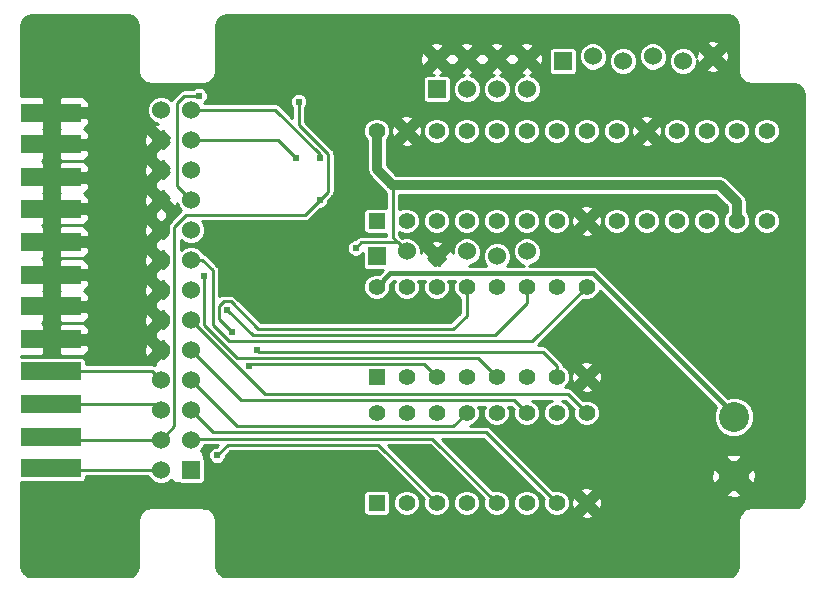
<source format=gbl>
G04 (created by PCBNEW-RS274X (2012-apr-16-27)-stable) date Tuesday 03,June,2014 02:57:51 PM SGT*
G01*
G70*
G90*
%MOIN*%
G04 Gerber Fmt 3.4, Leading zero omitted, Abs format*
%FSLAX34Y34*%
G04 APERTURE LIST*
%ADD10C,0.006000*%
%ADD11R,0.200000X0.060000*%
%ADD12R,0.060000X0.060000*%
%ADD13C,0.060000*%
%ADD14R,0.055000X0.055000*%
%ADD15C,0.055000*%
%ADD16C,0.100000*%
%ADD17C,0.024000*%
%ADD18C,0.032000*%
%ADD19C,0.010000*%
%ADD20C,0.016000*%
G04 APERTURE END LIST*
G54D10*
G54D11*
X45450Y-47420D03*
X45450Y-46370D03*
X45450Y-45270D03*
X45450Y-44170D03*
X45450Y-43120D03*
X45450Y-42020D03*
X45450Y-40970D03*
X45450Y-39870D03*
X45450Y-38770D03*
X45450Y-37720D03*
X45450Y-36620D03*
X45450Y-35570D03*
G54D12*
X62500Y-33850D03*
G54D13*
X63500Y-33690D03*
X64500Y-33850D03*
X65500Y-33690D03*
X66500Y-33850D03*
X67500Y-33690D03*
G54D12*
X50100Y-47470D03*
G54D13*
X49100Y-47470D03*
X50100Y-46470D03*
X49100Y-46470D03*
X50100Y-45470D03*
X49100Y-45470D03*
X50100Y-44470D03*
X49100Y-44470D03*
X50100Y-43470D03*
X49100Y-43470D03*
X50100Y-42470D03*
X49100Y-42470D03*
X50100Y-41470D03*
X49100Y-41470D03*
X50100Y-40470D03*
X49100Y-40470D03*
X50100Y-39470D03*
X49100Y-39470D03*
X50100Y-38470D03*
X49100Y-38470D03*
X50100Y-37470D03*
X49100Y-37470D03*
X50100Y-36470D03*
X49100Y-36470D03*
X50100Y-35470D03*
X49100Y-35470D03*
G54D14*
X56300Y-48570D03*
G54D15*
X57300Y-48570D03*
X58300Y-48570D03*
X59300Y-48570D03*
X60300Y-48570D03*
X61300Y-48570D03*
X62300Y-48570D03*
X63300Y-48570D03*
X63300Y-45570D03*
X62300Y-45570D03*
X61300Y-45570D03*
X60300Y-45570D03*
X59300Y-45570D03*
X58300Y-45570D03*
X57300Y-45570D03*
X56300Y-45570D03*
G54D12*
X58300Y-34770D03*
G54D13*
X58300Y-33770D03*
X59300Y-34770D03*
X59300Y-33770D03*
X60300Y-34770D03*
X60300Y-33770D03*
X61300Y-34770D03*
X61300Y-33770D03*
G54D16*
X68200Y-45702D03*
X68200Y-47670D03*
G54D14*
X56300Y-44370D03*
G54D15*
X57300Y-44370D03*
X58300Y-44370D03*
X59300Y-44370D03*
X60300Y-44370D03*
X61300Y-44370D03*
X62300Y-44370D03*
X63300Y-44370D03*
X63300Y-41370D03*
X62300Y-41370D03*
X61300Y-41370D03*
X60300Y-41370D03*
X59300Y-41370D03*
X58300Y-41370D03*
X57300Y-41370D03*
X56300Y-41370D03*
X57300Y-39170D03*
X58300Y-39170D03*
X59300Y-39170D03*
X60300Y-39170D03*
X61300Y-39170D03*
X62300Y-39170D03*
X63300Y-39170D03*
X64300Y-39170D03*
X65300Y-39170D03*
X66300Y-39170D03*
X67300Y-39170D03*
X68300Y-39170D03*
X69300Y-39170D03*
G54D14*
X56300Y-39170D03*
G54D15*
X69300Y-36170D03*
X68300Y-36170D03*
X67300Y-36170D03*
X66300Y-36170D03*
X65300Y-36170D03*
X64300Y-36170D03*
X63300Y-36170D03*
X62300Y-36170D03*
X61300Y-36170D03*
X60300Y-36170D03*
X59300Y-36170D03*
X58300Y-36170D03*
X57300Y-36170D03*
X56300Y-36170D03*
G54D12*
X56300Y-40350D03*
G54D13*
X57300Y-40190D03*
X58300Y-40350D03*
X59300Y-40190D03*
X60300Y-40350D03*
X61300Y-40190D03*
G54D17*
X55600Y-40070D03*
X50560Y-41010D03*
X52310Y-43460D03*
X51320Y-42130D03*
X54400Y-38470D03*
X53700Y-35195D03*
X53600Y-37070D03*
X54400Y-37070D03*
X51470Y-42880D03*
X52030Y-44010D03*
X50380Y-35000D03*
X50980Y-46980D03*
X52200Y-34170D03*
G54D18*
X56300Y-37450D02*
X56820Y-37970D01*
G54D19*
X57000Y-39890D02*
X56840Y-39730D01*
X57300Y-40190D02*
X57000Y-39890D01*
X55600Y-40070D02*
X55780Y-39890D01*
X55780Y-39890D02*
X57000Y-39890D01*
G54D18*
X68300Y-38540D02*
X68300Y-39170D01*
X56820Y-37970D02*
X67730Y-37970D01*
X67730Y-37970D02*
X68300Y-38540D01*
G54D19*
X56840Y-37990D02*
X56820Y-37970D01*
G54D18*
X56300Y-36170D02*
X56300Y-37450D01*
G54D19*
X56840Y-39730D02*
X56840Y-37990D01*
G54D20*
X68200Y-45610D02*
X68200Y-45702D01*
X63500Y-40910D02*
X68200Y-45610D01*
X56760Y-40910D02*
X63500Y-40910D01*
X56300Y-41370D02*
X56760Y-40910D01*
G54D19*
X59663Y-43733D02*
X51649Y-43733D01*
X60300Y-44370D02*
X59663Y-43733D01*
X50560Y-42644D02*
X50560Y-41010D01*
X51649Y-43733D02*
X50560Y-42644D01*
X61490Y-43180D02*
X51382Y-43180D01*
X50490Y-40470D02*
X50100Y-40470D01*
X50840Y-42638D02*
X50840Y-40820D01*
X50840Y-40820D02*
X50490Y-40470D01*
X63300Y-41370D02*
X61490Y-43180D01*
X51382Y-43180D02*
X50840Y-42638D01*
X61830Y-43528D02*
X53848Y-43528D01*
X62300Y-44370D02*
X62300Y-43998D01*
X53848Y-43528D02*
X53848Y-43528D01*
X62300Y-43998D02*
X61830Y-43528D01*
X53848Y-43531D02*
X53848Y-43528D01*
X52381Y-43531D02*
X53848Y-43531D01*
X52310Y-43460D02*
X52381Y-43531D01*
X60240Y-42978D02*
X52168Y-42978D01*
X52168Y-42978D02*
X51320Y-42130D01*
X48800Y-44170D02*
X45450Y-44170D01*
X61300Y-41918D02*
X60240Y-42978D01*
X61300Y-41370D02*
X61300Y-41918D01*
X49100Y-44470D02*
X48800Y-44170D01*
X54675Y-38195D02*
X54400Y-38470D01*
X54675Y-36945D02*
X54675Y-38195D01*
X45550Y-46470D02*
X45450Y-46370D01*
X53700Y-35195D02*
X53700Y-35970D01*
X49950Y-38970D02*
X53900Y-38970D01*
X53700Y-35970D02*
X54675Y-36945D01*
X49560Y-46010D02*
X49560Y-39360D01*
X49560Y-39360D02*
X49950Y-38970D01*
X53900Y-38970D02*
X54400Y-38470D01*
X49100Y-46470D02*
X49560Y-46010D01*
X49100Y-46470D02*
X45550Y-46470D01*
X53000Y-36470D02*
X50100Y-36470D01*
X53600Y-37070D02*
X53000Y-36470D01*
X52914Y-35470D02*
X50100Y-35470D01*
X54400Y-37070D02*
X54400Y-36956D01*
X54400Y-36956D02*
X52914Y-35470D01*
X52356Y-42776D02*
X51430Y-41850D01*
X58850Y-42776D02*
X52356Y-42776D01*
X45450Y-45270D02*
X48900Y-45270D01*
X59300Y-41370D02*
X59300Y-42326D01*
X51200Y-41850D02*
X51042Y-42008D01*
X51042Y-42452D02*
X51470Y-42880D01*
X48900Y-45270D02*
X49100Y-45470D01*
X51042Y-42008D02*
X51042Y-42452D01*
X59300Y-42326D02*
X58850Y-42776D01*
X51430Y-41850D02*
X51200Y-41850D01*
X58300Y-44370D02*
X57865Y-43935D01*
X57865Y-43935D02*
X52105Y-43935D01*
X52105Y-43935D02*
X52030Y-44010D01*
X45500Y-47470D02*
X45450Y-47420D01*
X49100Y-47470D02*
X45500Y-47470D01*
X50100Y-38470D02*
X49640Y-38010D01*
X49890Y-35000D02*
X50380Y-35000D01*
X49640Y-35250D02*
X49890Y-35000D01*
X49640Y-38010D02*
X49640Y-35250D01*
X62300Y-48570D02*
X59952Y-46222D01*
X59952Y-46222D02*
X50852Y-46222D01*
X50852Y-46222D02*
X50100Y-45470D01*
X60300Y-48570D02*
X58154Y-46424D01*
X50146Y-46424D02*
X50100Y-46470D01*
X58154Y-46424D02*
X50146Y-46424D01*
X61300Y-45570D02*
X60870Y-45140D01*
X60870Y-45140D02*
X51770Y-45140D01*
X51770Y-45140D02*
X50100Y-43470D01*
X59300Y-45570D02*
X58850Y-46020D01*
X51650Y-46020D02*
X50100Y-44470D01*
X58850Y-46020D02*
X51650Y-46020D01*
X56356Y-46626D02*
X51334Y-46626D01*
X58300Y-48570D02*
X56356Y-46626D01*
X51334Y-46626D02*
X50980Y-46980D01*
X52568Y-44938D02*
X50100Y-42470D01*
X63300Y-45570D02*
X62668Y-44938D01*
X62668Y-44938D02*
X52568Y-44938D01*
G54D10*
G36*
X70550Y-48365D02*
X70523Y-48504D01*
X70447Y-48617D01*
X70334Y-48693D01*
X70195Y-48720D01*
X69744Y-48720D01*
X69744Y-39259D01*
X69744Y-39082D01*
X69744Y-36259D01*
X69744Y-36082D01*
X69677Y-35919D01*
X69552Y-35794D01*
X69389Y-35726D01*
X69212Y-35726D01*
X69049Y-35793D01*
X68924Y-35918D01*
X68856Y-36081D01*
X68856Y-36258D01*
X68923Y-36421D01*
X69048Y-36546D01*
X69211Y-36614D01*
X69388Y-36614D01*
X69551Y-36547D01*
X69676Y-36422D01*
X69744Y-36259D01*
X69744Y-39082D01*
X69677Y-38919D01*
X69552Y-38794D01*
X69389Y-38726D01*
X69212Y-38726D01*
X69049Y-38793D01*
X68924Y-38918D01*
X68856Y-39081D01*
X68856Y-39258D01*
X68923Y-39421D01*
X69048Y-39546D01*
X69211Y-39614D01*
X69388Y-39614D01*
X69551Y-39547D01*
X69676Y-39422D01*
X69744Y-39259D01*
X69744Y-48720D01*
X68946Y-48720D01*
X68946Y-47592D01*
X68919Y-47457D01*
X68829Y-47394D01*
X68554Y-47670D01*
X68829Y-47946D01*
X68919Y-47883D01*
X68946Y-47592D01*
X68946Y-48720D01*
X68795Y-48720D01*
X68628Y-48753D01*
X68481Y-48851D01*
X68476Y-48858D01*
X68476Y-48299D01*
X68476Y-47041D01*
X68413Y-46951D01*
X68122Y-46924D01*
X67987Y-46951D01*
X67924Y-47041D01*
X68200Y-47316D01*
X68476Y-47041D01*
X68476Y-48299D01*
X68200Y-48024D01*
X67924Y-48299D01*
X67987Y-48389D01*
X68278Y-48416D01*
X68413Y-48389D01*
X68476Y-48299D01*
X68476Y-48858D01*
X68383Y-48998D01*
X68350Y-49165D01*
X68350Y-50665D01*
X68323Y-50804D01*
X68247Y-50917D01*
X68134Y-50993D01*
X67995Y-51020D01*
X67846Y-51020D01*
X67846Y-47670D01*
X67571Y-47394D01*
X67481Y-47457D01*
X67454Y-47748D01*
X67481Y-47883D01*
X67571Y-47946D01*
X67846Y-47670D01*
X67846Y-51020D01*
X63824Y-51020D01*
X63824Y-48555D01*
X63824Y-44355D01*
X63789Y-44183D01*
X63709Y-44154D01*
X63516Y-44347D01*
X63516Y-43961D01*
X63487Y-43881D01*
X63285Y-43846D01*
X63113Y-43881D01*
X63084Y-43961D01*
X63300Y-44176D01*
X63516Y-43961D01*
X63516Y-44347D01*
X63494Y-44370D01*
X63709Y-44586D01*
X63789Y-44557D01*
X63824Y-44355D01*
X63824Y-48555D01*
X63789Y-48383D01*
X63709Y-48354D01*
X63516Y-48547D01*
X63516Y-48161D01*
X63487Y-48081D01*
X63285Y-48046D01*
X63113Y-48081D01*
X63084Y-48161D01*
X63300Y-48376D01*
X63516Y-48161D01*
X63516Y-48547D01*
X63494Y-48570D01*
X63709Y-48786D01*
X63789Y-48757D01*
X63824Y-48555D01*
X63824Y-51020D01*
X63516Y-51020D01*
X63516Y-48979D01*
X63300Y-48764D01*
X63106Y-48957D01*
X63106Y-48570D01*
X62891Y-48354D01*
X62811Y-48383D01*
X62776Y-48585D01*
X62811Y-48757D01*
X62891Y-48786D01*
X63106Y-48570D01*
X63106Y-48957D01*
X63084Y-48979D01*
X63113Y-49059D01*
X63315Y-49094D01*
X63487Y-49059D01*
X63516Y-48979D01*
X63516Y-51020D01*
X61744Y-51020D01*
X61744Y-48659D01*
X61744Y-48482D01*
X61677Y-48319D01*
X61552Y-48194D01*
X61389Y-48126D01*
X61212Y-48126D01*
X61049Y-48193D01*
X60924Y-48318D01*
X60856Y-48481D01*
X60856Y-48658D01*
X60923Y-48821D01*
X61048Y-48946D01*
X61211Y-49014D01*
X61388Y-49014D01*
X61551Y-48947D01*
X61676Y-48822D01*
X61744Y-48659D01*
X61744Y-51020D01*
X59744Y-51020D01*
X59744Y-48659D01*
X59744Y-48482D01*
X59677Y-48319D01*
X59552Y-48194D01*
X59389Y-48126D01*
X59212Y-48126D01*
X59049Y-48193D01*
X58924Y-48318D01*
X58856Y-48481D01*
X58856Y-48658D01*
X58923Y-48821D01*
X59048Y-48946D01*
X59211Y-49014D01*
X59388Y-49014D01*
X59551Y-48947D01*
X59676Y-48822D01*
X59744Y-48659D01*
X59744Y-51020D01*
X57744Y-51020D01*
X57744Y-48659D01*
X57744Y-48482D01*
X57677Y-48319D01*
X57552Y-48194D01*
X57389Y-48126D01*
X57212Y-48126D01*
X57049Y-48193D01*
X56924Y-48318D01*
X56856Y-48481D01*
X56856Y-48658D01*
X56923Y-48821D01*
X57048Y-48946D01*
X57211Y-49014D01*
X57388Y-49014D01*
X57551Y-48947D01*
X57676Y-48822D01*
X57744Y-48659D01*
X57744Y-51020D01*
X56745Y-51020D01*
X56745Y-48879D01*
X56745Y-48811D01*
X56745Y-48261D01*
X56719Y-48199D01*
X56671Y-48151D01*
X56641Y-48138D01*
X56609Y-48125D01*
X56541Y-48125D01*
X55991Y-48125D01*
X55929Y-48151D01*
X55881Y-48199D01*
X55855Y-48261D01*
X55855Y-48329D01*
X55855Y-48879D01*
X55881Y-48941D01*
X55929Y-48989D01*
X55991Y-49015D01*
X56059Y-49015D01*
X56609Y-49015D01*
X56641Y-49001D01*
X56671Y-48989D01*
X56719Y-48941D01*
X56745Y-48879D01*
X56745Y-51020D01*
X56641Y-51020D01*
X56300Y-51020D01*
X51305Y-51020D01*
X51166Y-50993D01*
X51053Y-50917D01*
X50977Y-50804D01*
X50950Y-50665D01*
X50950Y-49165D01*
X50917Y-48998D01*
X50819Y-48851D01*
X50672Y-48753D01*
X50550Y-48728D01*
X50505Y-48720D01*
X49699Y-48720D01*
X48795Y-48720D01*
X48628Y-48753D01*
X48481Y-48851D01*
X48383Y-48998D01*
X48350Y-49165D01*
X48350Y-50665D01*
X48323Y-50804D01*
X48247Y-50917D01*
X48134Y-50993D01*
X47995Y-51020D01*
X44805Y-51020D01*
X44666Y-50993D01*
X44553Y-50917D01*
X44477Y-50804D01*
X44450Y-50665D01*
X44450Y-47890D01*
X44484Y-47890D01*
X46484Y-47890D01*
X46546Y-47864D01*
X46594Y-47816D01*
X46620Y-47754D01*
X46620Y-47690D01*
X48682Y-47690D01*
X48701Y-47736D01*
X48833Y-47868D01*
X49006Y-47940D01*
X49193Y-47940D01*
X49366Y-47869D01*
X49427Y-47807D01*
X49429Y-47809D01*
X49552Y-47892D01*
X49694Y-47920D01*
X49718Y-47920D01*
X49766Y-47940D01*
X49834Y-47940D01*
X50434Y-47940D01*
X50496Y-47914D01*
X50544Y-47866D01*
X50550Y-47851D01*
X50570Y-47804D01*
X50570Y-47736D01*
X50570Y-47136D01*
X50550Y-47088D01*
X50550Y-47064D01*
X50522Y-46922D01*
X50439Y-46799D01*
X50437Y-46797D01*
X50498Y-46737D01*
X50536Y-46644D01*
X51004Y-46644D01*
X50957Y-46691D01*
X50923Y-46691D01*
X50817Y-46735D01*
X50735Y-46816D01*
X50691Y-46922D01*
X50691Y-47037D01*
X50735Y-47143D01*
X50816Y-47225D01*
X50922Y-47269D01*
X51037Y-47269D01*
X51143Y-47225D01*
X51225Y-47144D01*
X51269Y-47038D01*
X51269Y-47002D01*
X51425Y-46846D01*
X56264Y-46846D01*
X56641Y-47222D01*
X57868Y-48450D01*
X57856Y-48481D01*
X57856Y-48658D01*
X57923Y-48821D01*
X58048Y-48946D01*
X58211Y-49014D01*
X58388Y-49014D01*
X58551Y-48947D01*
X58676Y-48822D01*
X58744Y-48659D01*
X58744Y-48482D01*
X58677Y-48319D01*
X58552Y-48194D01*
X58389Y-48126D01*
X58212Y-48126D01*
X58180Y-48139D01*
X56685Y-46644D01*
X58062Y-46644D01*
X59868Y-48450D01*
X59856Y-48481D01*
X59856Y-48658D01*
X59923Y-48821D01*
X60048Y-48946D01*
X60211Y-49014D01*
X60388Y-49014D01*
X60551Y-48947D01*
X60676Y-48822D01*
X60744Y-48659D01*
X60744Y-48482D01*
X60677Y-48319D01*
X60552Y-48194D01*
X60389Y-48126D01*
X60212Y-48126D01*
X60180Y-48139D01*
X58483Y-46442D01*
X59860Y-46442D01*
X61868Y-48450D01*
X61856Y-48481D01*
X61856Y-48658D01*
X61923Y-48821D01*
X62048Y-48946D01*
X62211Y-49014D01*
X62388Y-49014D01*
X62551Y-48947D01*
X62676Y-48822D01*
X62744Y-48659D01*
X62744Y-48482D01*
X62677Y-48319D01*
X62552Y-48194D01*
X62389Y-48126D01*
X62212Y-48126D01*
X62180Y-48139D01*
X60108Y-46066D01*
X60036Y-46019D01*
X59952Y-46001D01*
X59947Y-46002D01*
X59417Y-46002D01*
X59551Y-45947D01*
X59676Y-45822D01*
X59744Y-45659D01*
X59744Y-45482D01*
X59693Y-45360D01*
X59906Y-45360D01*
X59856Y-45481D01*
X59856Y-45658D01*
X59923Y-45821D01*
X60048Y-45946D01*
X60211Y-46014D01*
X60388Y-46014D01*
X60551Y-45947D01*
X60676Y-45822D01*
X60744Y-45659D01*
X60744Y-45482D01*
X60693Y-45360D01*
X60778Y-45360D01*
X60868Y-45450D01*
X60856Y-45481D01*
X60856Y-45658D01*
X60923Y-45821D01*
X61048Y-45946D01*
X61211Y-46014D01*
X61388Y-46014D01*
X61551Y-45947D01*
X61676Y-45822D01*
X61744Y-45659D01*
X61744Y-45482D01*
X61677Y-45319D01*
X61552Y-45194D01*
X61465Y-45158D01*
X62134Y-45158D01*
X62049Y-45193D01*
X61924Y-45318D01*
X61856Y-45481D01*
X61856Y-45658D01*
X61923Y-45821D01*
X62048Y-45946D01*
X62211Y-46014D01*
X62388Y-46014D01*
X62551Y-45947D01*
X62676Y-45822D01*
X62744Y-45659D01*
X62744Y-45482D01*
X62677Y-45319D01*
X62552Y-45194D01*
X62465Y-45158D01*
X62576Y-45158D01*
X62868Y-45450D01*
X62856Y-45481D01*
X62856Y-45658D01*
X62923Y-45821D01*
X63048Y-45946D01*
X63211Y-46014D01*
X63388Y-46014D01*
X63551Y-45947D01*
X63676Y-45822D01*
X63744Y-45659D01*
X63744Y-45482D01*
X63677Y-45319D01*
X63552Y-45194D01*
X63516Y-45178D01*
X63516Y-44779D01*
X63300Y-44564D01*
X63106Y-44757D01*
X63106Y-44370D01*
X62891Y-44154D01*
X62811Y-44183D01*
X62776Y-44385D01*
X62811Y-44557D01*
X62891Y-44586D01*
X63106Y-44370D01*
X63106Y-44757D01*
X63084Y-44779D01*
X63113Y-44859D01*
X63315Y-44894D01*
X63487Y-44859D01*
X63516Y-44779D01*
X63516Y-45178D01*
X63389Y-45126D01*
X63212Y-45126D01*
X63180Y-45138D01*
X62824Y-44782D01*
X62752Y-44735D01*
X62668Y-44717D01*
X62663Y-44718D01*
X62580Y-44718D01*
X62676Y-44622D01*
X62744Y-44459D01*
X62744Y-44282D01*
X62677Y-44119D01*
X62552Y-43994D01*
X62516Y-43979D01*
X62515Y-43978D01*
X62503Y-43914D01*
X62502Y-43913D01*
X62456Y-43842D01*
X62453Y-43840D01*
X61986Y-43372D01*
X61914Y-43325D01*
X61830Y-43307D01*
X61825Y-43308D01*
X61673Y-43308D01*
X63180Y-41801D01*
X63211Y-41814D01*
X63388Y-41814D01*
X63551Y-41747D01*
X63676Y-41622D01*
X63729Y-41493D01*
X67610Y-45373D01*
X67530Y-45568D01*
X67530Y-45835D01*
X67632Y-46081D01*
X67820Y-46270D01*
X68066Y-46372D01*
X68333Y-46372D01*
X68579Y-46270D01*
X68768Y-46082D01*
X68870Y-45836D01*
X68870Y-45569D01*
X68768Y-45323D01*
X68580Y-45134D01*
X68334Y-45032D01*
X68067Y-45032D01*
X68002Y-45058D01*
X67744Y-44800D01*
X67744Y-39259D01*
X67744Y-39082D01*
X67677Y-38919D01*
X67552Y-38794D01*
X67389Y-38726D01*
X67212Y-38726D01*
X67049Y-38793D01*
X66924Y-38918D01*
X66856Y-39081D01*
X66856Y-39258D01*
X66923Y-39421D01*
X67048Y-39546D01*
X67211Y-39614D01*
X67388Y-39614D01*
X67551Y-39547D01*
X67676Y-39422D01*
X67744Y-39259D01*
X67744Y-44800D01*
X66744Y-43800D01*
X66744Y-39259D01*
X66744Y-39082D01*
X66677Y-38919D01*
X66552Y-38794D01*
X66389Y-38726D01*
X66212Y-38726D01*
X66049Y-38793D01*
X65924Y-38918D01*
X65856Y-39081D01*
X65856Y-39258D01*
X65923Y-39421D01*
X66048Y-39546D01*
X66211Y-39614D01*
X66388Y-39614D01*
X66551Y-39547D01*
X66676Y-39422D01*
X66744Y-39259D01*
X66744Y-43800D01*
X65744Y-42800D01*
X65744Y-39259D01*
X65744Y-39082D01*
X65677Y-38919D01*
X65552Y-38794D01*
X65389Y-38726D01*
X65212Y-38726D01*
X65049Y-38793D01*
X64924Y-38918D01*
X64856Y-39081D01*
X64856Y-39258D01*
X64923Y-39421D01*
X65048Y-39546D01*
X65211Y-39614D01*
X65388Y-39614D01*
X65551Y-39547D01*
X65676Y-39422D01*
X65744Y-39259D01*
X65744Y-42800D01*
X64744Y-41800D01*
X64744Y-39259D01*
X64744Y-39082D01*
X64677Y-38919D01*
X64552Y-38794D01*
X64389Y-38726D01*
X64212Y-38726D01*
X64049Y-38793D01*
X63924Y-38918D01*
X63856Y-39081D01*
X63856Y-39258D01*
X63923Y-39421D01*
X64048Y-39546D01*
X64211Y-39614D01*
X64388Y-39614D01*
X64551Y-39547D01*
X64676Y-39422D01*
X64744Y-39259D01*
X64744Y-41800D01*
X63824Y-40880D01*
X63824Y-39155D01*
X63789Y-38983D01*
X63709Y-38954D01*
X63516Y-39147D01*
X63516Y-38761D01*
X63487Y-38681D01*
X63285Y-38646D01*
X63113Y-38681D01*
X63084Y-38761D01*
X63300Y-38976D01*
X63516Y-38761D01*
X63516Y-39147D01*
X63494Y-39170D01*
X63709Y-39386D01*
X63789Y-39357D01*
X63824Y-39155D01*
X63824Y-40880D01*
X63677Y-40733D01*
X63596Y-40679D01*
X63516Y-40663D01*
X63516Y-39579D01*
X63300Y-39364D01*
X63106Y-39557D01*
X63106Y-39170D01*
X62891Y-38954D01*
X62811Y-38983D01*
X62776Y-39185D01*
X62811Y-39357D01*
X62891Y-39386D01*
X63106Y-39170D01*
X63106Y-39557D01*
X63084Y-39579D01*
X63113Y-39659D01*
X63315Y-39694D01*
X63487Y-39659D01*
X63516Y-39579D01*
X63516Y-40663D01*
X63500Y-40660D01*
X62744Y-40660D01*
X62744Y-39259D01*
X62744Y-39082D01*
X62677Y-38919D01*
X62552Y-38794D01*
X62389Y-38726D01*
X62212Y-38726D01*
X62049Y-38793D01*
X61924Y-38918D01*
X61856Y-39081D01*
X61856Y-39258D01*
X61923Y-39421D01*
X62048Y-39546D01*
X62211Y-39614D01*
X62388Y-39614D01*
X62551Y-39547D01*
X62676Y-39422D01*
X62744Y-39259D01*
X62744Y-40660D01*
X61393Y-40660D01*
X61566Y-40589D01*
X61698Y-40457D01*
X61770Y-40284D01*
X61770Y-40097D01*
X61744Y-40033D01*
X61744Y-39259D01*
X61744Y-39082D01*
X61677Y-38919D01*
X61552Y-38794D01*
X61389Y-38726D01*
X61212Y-38726D01*
X61049Y-38793D01*
X60924Y-38918D01*
X60856Y-39081D01*
X60856Y-39258D01*
X60923Y-39421D01*
X61048Y-39546D01*
X61211Y-39614D01*
X61388Y-39614D01*
X61551Y-39547D01*
X61676Y-39422D01*
X61744Y-39259D01*
X61744Y-40033D01*
X61699Y-39924D01*
X61567Y-39792D01*
X61394Y-39720D01*
X61207Y-39720D01*
X61034Y-39791D01*
X60902Y-39923D01*
X60830Y-40096D01*
X60830Y-40283D01*
X60901Y-40456D01*
X61033Y-40588D01*
X61206Y-40660D01*
X60655Y-40660D01*
X60698Y-40617D01*
X60770Y-40444D01*
X60770Y-40257D01*
X60744Y-40193D01*
X60744Y-39259D01*
X60744Y-39082D01*
X60677Y-38919D01*
X60552Y-38794D01*
X60389Y-38726D01*
X60212Y-38726D01*
X60049Y-38793D01*
X59924Y-38918D01*
X59856Y-39081D01*
X59856Y-39258D01*
X59923Y-39421D01*
X60048Y-39546D01*
X60211Y-39614D01*
X60388Y-39614D01*
X60551Y-39547D01*
X60676Y-39422D01*
X60744Y-39259D01*
X60744Y-40193D01*
X60699Y-40084D01*
X60567Y-39952D01*
X60394Y-39880D01*
X60207Y-39880D01*
X60034Y-39951D01*
X59902Y-40083D01*
X59830Y-40256D01*
X59830Y-40443D01*
X59901Y-40616D01*
X59945Y-40660D01*
X59393Y-40660D01*
X59566Y-40589D01*
X59698Y-40457D01*
X59770Y-40284D01*
X59770Y-40097D01*
X59744Y-40033D01*
X59744Y-39259D01*
X59744Y-39082D01*
X59677Y-38919D01*
X59552Y-38794D01*
X59389Y-38726D01*
X59212Y-38726D01*
X59049Y-38793D01*
X58924Y-38918D01*
X58856Y-39081D01*
X58856Y-39258D01*
X58923Y-39421D01*
X59048Y-39546D01*
X59211Y-39614D01*
X59388Y-39614D01*
X59551Y-39547D01*
X59676Y-39422D01*
X59744Y-39259D01*
X59744Y-40033D01*
X59699Y-39924D01*
X59567Y-39792D01*
X59394Y-39720D01*
X59207Y-39720D01*
X59034Y-39791D01*
X58902Y-39923D01*
X58830Y-40096D01*
X58830Y-40231D01*
X58816Y-40160D01*
X58744Y-40131D01*
X58744Y-39259D01*
X58744Y-39082D01*
X58677Y-38919D01*
X58552Y-38794D01*
X58389Y-38726D01*
X58212Y-38726D01*
X58049Y-38793D01*
X57924Y-38918D01*
X57856Y-39081D01*
X57856Y-39258D01*
X57923Y-39421D01*
X58048Y-39546D01*
X58211Y-39614D01*
X58388Y-39614D01*
X58551Y-39547D01*
X58676Y-39422D01*
X58744Y-39259D01*
X58744Y-40131D01*
X58734Y-40128D01*
X58522Y-40340D01*
X58522Y-39916D01*
X58490Y-39834D01*
X58278Y-39801D01*
X58110Y-39834D01*
X58078Y-39916D01*
X58300Y-40138D01*
X58522Y-39916D01*
X58522Y-40340D01*
X58512Y-40350D01*
X58583Y-40421D01*
X58371Y-40633D01*
X58300Y-40562D01*
X58229Y-40633D01*
X58017Y-40421D01*
X58088Y-40350D01*
X57866Y-40128D01*
X57784Y-40160D01*
X57770Y-40249D01*
X57770Y-40097D01*
X57699Y-39924D01*
X57567Y-39792D01*
X57394Y-39720D01*
X57207Y-39720D01*
X57160Y-39738D01*
X57156Y-39734D01*
X57153Y-39732D01*
X57060Y-39638D01*
X57060Y-39551D01*
X57211Y-39614D01*
X57388Y-39614D01*
X57551Y-39547D01*
X57676Y-39422D01*
X57744Y-39259D01*
X57744Y-39082D01*
X57677Y-38919D01*
X57552Y-38794D01*
X57389Y-38726D01*
X57212Y-38726D01*
X57060Y-38788D01*
X57060Y-38300D01*
X67594Y-38300D01*
X67970Y-38676D01*
X67970Y-38872D01*
X67924Y-38918D01*
X67856Y-39081D01*
X67856Y-39258D01*
X67923Y-39421D01*
X68048Y-39546D01*
X68211Y-39614D01*
X68388Y-39614D01*
X68551Y-39547D01*
X68676Y-39422D01*
X68744Y-39259D01*
X68744Y-39082D01*
X68744Y-36259D01*
X68744Y-36082D01*
X68677Y-35919D01*
X68552Y-35794D01*
X68389Y-35726D01*
X68212Y-35726D01*
X68049Y-35793D01*
X68049Y-33668D01*
X68016Y-33500D01*
X67934Y-33468D01*
X67722Y-33680D01*
X67722Y-33256D01*
X67690Y-33174D01*
X67478Y-33141D01*
X67310Y-33174D01*
X67278Y-33256D01*
X67500Y-33478D01*
X67722Y-33256D01*
X67722Y-33680D01*
X67712Y-33690D01*
X67934Y-33912D01*
X68016Y-33880D01*
X68049Y-33668D01*
X68049Y-35793D01*
X67924Y-35918D01*
X67856Y-36081D01*
X67856Y-36258D01*
X67923Y-36421D01*
X68048Y-36546D01*
X68211Y-36614D01*
X68388Y-36614D01*
X68551Y-36547D01*
X68676Y-36422D01*
X68744Y-36259D01*
X68744Y-39082D01*
X68677Y-38919D01*
X68630Y-38872D01*
X68630Y-38540D01*
X68608Y-38434D01*
X68605Y-38414D01*
X68605Y-38413D01*
X68533Y-38307D01*
X67963Y-37737D01*
X67857Y-37665D01*
X67744Y-37642D01*
X67744Y-36259D01*
X67744Y-36082D01*
X67722Y-36028D01*
X67722Y-34124D01*
X67500Y-33902D01*
X67288Y-34114D01*
X67288Y-33690D01*
X67066Y-33468D01*
X66984Y-33500D01*
X66951Y-33711D01*
X66899Y-33584D01*
X66767Y-33452D01*
X66594Y-33380D01*
X66407Y-33380D01*
X66234Y-33451D01*
X66102Y-33583D01*
X66030Y-33756D01*
X66030Y-33943D01*
X66101Y-34116D01*
X66233Y-34248D01*
X66406Y-34320D01*
X66593Y-34320D01*
X66766Y-34249D01*
X66898Y-34117D01*
X66970Y-33944D01*
X66970Y-33808D01*
X66984Y-33880D01*
X67066Y-33912D01*
X67288Y-33690D01*
X67288Y-34114D01*
X67278Y-34124D01*
X67310Y-34206D01*
X67522Y-34239D01*
X67690Y-34206D01*
X67722Y-34124D01*
X67722Y-36028D01*
X67677Y-35919D01*
X67552Y-35794D01*
X67389Y-35726D01*
X67212Y-35726D01*
X67049Y-35793D01*
X66924Y-35918D01*
X66856Y-36081D01*
X66856Y-36258D01*
X66923Y-36421D01*
X67048Y-36546D01*
X67211Y-36614D01*
X67388Y-36614D01*
X67551Y-36547D01*
X67676Y-36422D01*
X67744Y-36259D01*
X67744Y-37642D01*
X67730Y-37640D01*
X66744Y-37640D01*
X66744Y-36259D01*
X66744Y-36082D01*
X66677Y-35919D01*
X66552Y-35794D01*
X66389Y-35726D01*
X66212Y-35726D01*
X66049Y-35793D01*
X65970Y-35872D01*
X65970Y-33784D01*
X65970Y-33597D01*
X65899Y-33424D01*
X65767Y-33292D01*
X65594Y-33220D01*
X65407Y-33220D01*
X65234Y-33291D01*
X65102Y-33423D01*
X65030Y-33596D01*
X65030Y-33783D01*
X65101Y-33956D01*
X65233Y-34088D01*
X65406Y-34160D01*
X65593Y-34160D01*
X65766Y-34089D01*
X65898Y-33957D01*
X65970Y-33784D01*
X65970Y-35872D01*
X65924Y-35918D01*
X65856Y-36081D01*
X65856Y-36258D01*
X65923Y-36421D01*
X66048Y-36546D01*
X66211Y-36614D01*
X66388Y-36614D01*
X66551Y-36547D01*
X66676Y-36422D01*
X66744Y-36259D01*
X66744Y-37640D01*
X65824Y-37640D01*
X65824Y-36155D01*
X65789Y-35983D01*
X65709Y-35954D01*
X65516Y-36147D01*
X65516Y-35761D01*
X65487Y-35681D01*
X65285Y-35646D01*
X65113Y-35681D01*
X65084Y-35761D01*
X65300Y-35976D01*
X65516Y-35761D01*
X65516Y-36147D01*
X65494Y-36170D01*
X65709Y-36386D01*
X65789Y-36357D01*
X65824Y-36155D01*
X65824Y-37640D01*
X65516Y-37640D01*
X65516Y-36579D01*
X65300Y-36364D01*
X65106Y-36557D01*
X65106Y-36170D01*
X64970Y-36033D01*
X64970Y-33944D01*
X64970Y-33757D01*
X64899Y-33584D01*
X64767Y-33452D01*
X64594Y-33380D01*
X64407Y-33380D01*
X64234Y-33451D01*
X64102Y-33583D01*
X64030Y-33756D01*
X64030Y-33943D01*
X64101Y-34116D01*
X64233Y-34248D01*
X64406Y-34320D01*
X64593Y-34320D01*
X64766Y-34249D01*
X64898Y-34117D01*
X64970Y-33944D01*
X64970Y-36033D01*
X64891Y-35954D01*
X64811Y-35983D01*
X64776Y-36185D01*
X64811Y-36357D01*
X64891Y-36386D01*
X65106Y-36170D01*
X65106Y-36557D01*
X65084Y-36579D01*
X65113Y-36659D01*
X65315Y-36694D01*
X65487Y-36659D01*
X65516Y-36579D01*
X65516Y-37640D01*
X64744Y-37640D01*
X64744Y-36259D01*
X64744Y-36082D01*
X64677Y-35919D01*
X64552Y-35794D01*
X64389Y-35726D01*
X64212Y-35726D01*
X64049Y-35793D01*
X63970Y-35872D01*
X63970Y-33784D01*
X63970Y-33597D01*
X63899Y-33424D01*
X63767Y-33292D01*
X63594Y-33220D01*
X63407Y-33220D01*
X63234Y-33291D01*
X63102Y-33423D01*
X63030Y-33596D01*
X63030Y-33783D01*
X63101Y-33956D01*
X63233Y-34088D01*
X63406Y-34160D01*
X63593Y-34160D01*
X63766Y-34089D01*
X63898Y-33957D01*
X63970Y-33784D01*
X63970Y-35872D01*
X63924Y-35918D01*
X63856Y-36081D01*
X63856Y-36258D01*
X63923Y-36421D01*
X64048Y-36546D01*
X64211Y-36614D01*
X64388Y-36614D01*
X64551Y-36547D01*
X64676Y-36422D01*
X64744Y-36259D01*
X64744Y-37640D01*
X63744Y-37640D01*
X63744Y-36259D01*
X63744Y-36082D01*
X63677Y-35919D01*
X63552Y-35794D01*
X63389Y-35726D01*
X63212Y-35726D01*
X63049Y-35793D01*
X62970Y-35872D01*
X62970Y-34184D01*
X62970Y-34116D01*
X62970Y-33516D01*
X62944Y-33454D01*
X62896Y-33406D01*
X62834Y-33380D01*
X62766Y-33380D01*
X62166Y-33380D01*
X62104Y-33406D01*
X62056Y-33454D01*
X62030Y-33516D01*
X62030Y-33584D01*
X62030Y-34184D01*
X62056Y-34246D01*
X62104Y-34294D01*
X62166Y-34320D01*
X62234Y-34320D01*
X62834Y-34320D01*
X62896Y-34294D01*
X62944Y-34246D01*
X62970Y-34184D01*
X62970Y-35872D01*
X62924Y-35918D01*
X62856Y-36081D01*
X62856Y-36258D01*
X62923Y-36421D01*
X63048Y-36546D01*
X63211Y-36614D01*
X63388Y-36614D01*
X63551Y-36547D01*
X63676Y-36422D01*
X63744Y-36259D01*
X63744Y-37640D01*
X62744Y-37640D01*
X62744Y-36259D01*
X62744Y-36082D01*
X62677Y-35919D01*
X62552Y-35794D01*
X62389Y-35726D01*
X62212Y-35726D01*
X62049Y-35793D01*
X61924Y-35918D01*
X61856Y-36081D01*
X61856Y-36258D01*
X61923Y-36421D01*
X62048Y-36546D01*
X62211Y-36614D01*
X62388Y-36614D01*
X62551Y-36547D01*
X62676Y-36422D01*
X62744Y-36259D01*
X62744Y-37640D01*
X61849Y-37640D01*
X61849Y-33748D01*
X61816Y-33580D01*
X61734Y-33548D01*
X61522Y-33760D01*
X61522Y-33336D01*
X61490Y-33254D01*
X61278Y-33221D01*
X61110Y-33254D01*
X61078Y-33336D01*
X61300Y-33558D01*
X61522Y-33336D01*
X61522Y-33760D01*
X61512Y-33770D01*
X61734Y-33992D01*
X61816Y-33960D01*
X61849Y-33748D01*
X61849Y-37640D01*
X61770Y-37640D01*
X61770Y-34864D01*
X61770Y-34677D01*
X61699Y-34504D01*
X61567Y-34372D01*
X61401Y-34303D01*
X61490Y-34286D01*
X61522Y-34204D01*
X61300Y-33982D01*
X61088Y-34194D01*
X61088Y-33770D01*
X60866Y-33548D01*
X60800Y-33573D01*
X60734Y-33548D01*
X60522Y-33760D01*
X60522Y-33336D01*
X60490Y-33254D01*
X60278Y-33221D01*
X60110Y-33254D01*
X60078Y-33336D01*
X60300Y-33558D01*
X60522Y-33336D01*
X60522Y-33760D01*
X60512Y-33770D01*
X60734Y-33992D01*
X60800Y-33966D01*
X60866Y-33992D01*
X61088Y-33770D01*
X61088Y-34194D01*
X61078Y-34204D01*
X61110Y-34286D01*
X61205Y-34300D01*
X61034Y-34371D01*
X60902Y-34503D01*
X60830Y-34676D01*
X60830Y-34863D01*
X60901Y-35036D01*
X61033Y-35168D01*
X61206Y-35240D01*
X61393Y-35240D01*
X61566Y-35169D01*
X61698Y-35037D01*
X61770Y-34864D01*
X61770Y-37640D01*
X61744Y-37640D01*
X61744Y-36259D01*
X61744Y-36082D01*
X61677Y-35919D01*
X61552Y-35794D01*
X61389Y-35726D01*
X61212Y-35726D01*
X61049Y-35793D01*
X60924Y-35918D01*
X60856Y-36081D01*
X60856Y-36258D01*
X60923Y-36421D01*
X61048Y-36546D01*
X61211Y-36614D01*
X61388Y-36614D01*
X61551Y-36547D01*
X61676Y-36422D01*
X61744Y-36259D01*
X61744Y-37640D01*
X60770Y-37640D01*
X60770Y-34864D01*
X60770Y-34677D01*
X60699Y-34504D01*
X60567Y-34372D01*
X60401Y-34303D01*
X60490Y-34286D01*
X60522Y-34204D01*
X60300Y-33982D01*
X60088Y-34194D01*
X60088Y-33770D01*
X59866Y-33548D01*
X59800Y-33573D01*
X59734Y-33548D01*
X59522Y-33760D01*
X59522Y-33336D01*
X59490Y-33254D01*
X59278Y-33221D01*
X59110Y-33254D01*
X59078Y-33336D01*
X59300Y-33558D01*
X59522Y-33336D01*
X59522Y-33760D01*
X59512Y-33770D01*
X59734Y-33992D01*
X59800Y-33966D01*
X59866Y-33992D01*
X60088Y-33770D01*
X60088Y-34194D01*
X60078Y-34204D01*
X60110Y-34286D01*
X60205Y-34300D01*
X60034Y-34371D01*
X59902Y-34503D01*
X59830Y-34676D01*
X59830Y-34863D01*
X59901Y-35036D01*
X60033Y-35168D01*
X60206Y-35240D01*
X60393Y-35240D01*
X60566Y-35169D01*
X60698Y-35037D01*
X60770Y-34864D01*
X60770Y-37640D01*
X60744Y-37640D01*
X60744Y-36259D01*
X60744Y-36082D01*
X60677Y-35919D01*
X60552Y-35794D01*
X60389Y-35726D01*
X60212Y-35726D01*
X60049Y-35793D01*
X59924Y-35918D01*
X59856Y-36081D01*
X59856Y-36258D01*
X59923Y-36421D01*
X60048Y-36546D01*
X60211Y-36614D01*
X60388Y-36614D01*
X60551Y-36547D01*
X60676Y-36422D01*
X60744Y-36259D01*
X60744Y-37640D01*
X59770Y-37640D01*
X59770Y-34864D01*
X59770Y-34677D01*
X59699Y-34504D01*
X59567Y-34372D01*
X59401Y-34303D01*
X59490Y-34286D01*
X59522Y-34204D01*
X59300Y-33982D01*
X59088Y-34194D01*
X59088Y-33770D01*
X58866Y-33548D01*
X58800Y-33573D01*
X58734Y-33548D01*
X58522Y-33760D01*
X58522Y-33336D01*
X58490Y-33254D01*
X58278Y-33221D01*
X58110Y-33254D01*
X58078Y-33336D01*
X58300Y-33558D01*
X58522Y-33336D01*
X58522Y-33760D01*
X58512Y-33770D01*
X58734Y-33992D01*
X58800Y-33966D01*
X58866Y-33992D01*
X59088Y-33770D01*
X59088Y-34194D01*
X59078Y-34204D01*
X59110Y-34286D01*
X59205Y-34300D01*
X59034Y-34371D01*
X58902Y-34503D01*
X58830Y-34676D01*
X58830Y-34863D01*
X58901Y-35036D01*
X59033Y-35168D01*
X59206Y-35240D01*
X59393Y-35240D01*
X59566Y-35169D01*
X59698Y-35037D01*
X59770Y-34864D01*
X59770Y-37640D01*
X59744Y-37640D01*
X59744Y-36259D01*
X59744Y-36082D01*
X59677Y-35919D01*
X59552Y-35794D01*
X59389Y-35726D01*
X59212Y-35726D01*
X59049Y-35793D01*
X58924Y-35918D01*
X58856Y-36081D01*
X58856Y-36258D01*
X58923Y-36421D01*
X59048Y-36546D01*
X59211Y-36614D01*
X59388Y-36614D01*
X59551Y-36547D01*
X59676Y-36422D01*
X59744Y-36259D01*
X59744Y-37640D01*
X58770Y-37640D01*
X58770Y-35104D01*
X58770Y-35036D01*
X58770Y-34436D01*
X58744Y-34374D01*
X58696Y-34326D01*
X58634Y-34300D01*
X58566Y-34300D01*
X58418Y-34300D01*
X58490Y-34286D01*
X58522Y-34204D01*
X58300Y-33982D01*
X58088Y-34194D01*
X58088Y-33770D01*
X57866Y-33548D01*
X57784Y-33580D01*
X57751Y-33792D01*
X57784Y-33960D01*
X57866Y-33992D01*
X58088Y-33770D01*
X58088Y-34194D01*
X58078Y-34204D01*
X58110Y-34286D01*
X58199Y-34300D01*
X57966Y-34300D01*
X57904Y-34326D01*
X57856Y-34374D01*
X57830Y-34436D01*
X57830Y-34504D01*
X57830Y-35104D01*
X57856Y-35166D01*
X57904Y-35214D01*
X57966Y-35240D01*
X58034Y-35240D01*
X58634Y-35240D01*
X58696Y-35214D01*
X58744Y-35166D01*
X58770Y-35104D01*
X58770Y-37640D01*
X58744Y-37640D01*
X58744Y-36259D01*
X58744Y-36082D01*
X58677Y-35919D01*
X58552Y-35794D01*
X58389Y-35726D01*
X58212Y-35726D01*
X58049Y-35793D01*
X57924Y-35918D01*
X57856Y-36081D01*
X57856Y-36258D01*
X57923Y-36421D01*
X58048Y-36546D01*
X58211Y-36614D01*
X58388Y-36614D01*
X58551Y-36547D01*
X58676Y-36422D01*
X58744Y-36259D01*
X58744Y-37640D01*
X57824Y-37640D01*
X57824Y-36155D01*
X57789Y-35983D01*
X57709Y-35954D01*
X57516Y-36147D01*
X57516Y-35761D01*
X57487Y-35681D01*
X57285Y-35646D01*
X57113Y-35681D01*
X57084Y-35761D01*
X57300Y-35976D01*
X57516Y-35761D01*
X57516Y-36147D01*
X57494Y-36170D01*
X57709Y-36386D01*
X57789Y-36357D01*
X57824Y-36155D01*
X57824Y-37640D01*
X57516Y-37640D01*
X57516Y-36579D01*
X57300Y-36364D01*
X57106Y-36557D01*
X57106Y-36170D01*
X56891Y-35954D01*
X56811Y-35983D01*
X56776Y-36185D01*
X56811Y-36357D01*
X56891Y-36386D01*
X57106Y-36170D01*
X57106Y-36557D01*
X57084Y-36579D01*
X57113Y-36659D01*
X57315Y-36694D01*
X57487Y-36659D01*
X57516Y-36579D01*
X57516Y-37640D01*
X56956Y-37640D01*
X56630Y-37313D01*
X56630Y-36468D01*
X56676Y-36422D01*
X56744Y-36259D01*
X56744Y-36082D01*
X56677Y-35919D01*
X56552Y-35794D01*
X56389Y-35726D01*
X56212Y-35726D01*
X56049Y-35793D01*
X55924Y-35918D01*
X55856Y-36081D01*
X55856Y-36258D01*
X55923Y-36421D01*
X55970Y-36468D01*
X55970Y-37450D01*
X55995Y-37577D01*
X56067Y-37683D01*
X56586Y-38203D01*
X56587Y-38203D01*
X56620Y-38225D01*
X56620Y-38729D01*
X56609Y-38725D01*
X56541Y-38725D01*
X55991Y-38725D01*
X55929Y-38751D01*
X55881Y-38799D01*
X55855Y-38861D01*
X55855Y-38929D01*
X55855Y-39479D01*
X55881Y-39541D01*
X55929Y-39589D01*
X55991Y-39615D01*
X56059Y-39615D01*
X56609Y-39615D01*
X56620Y-39610D01*
X56620Y-39670D01*
X55780Y-39670D01*
X55695Y-39687D01*
X55666Y-39705D01*
X55624Y-39734D01*
X55622Y-39736D01*
X55577Y-39781D01*
X55543Y-39781D01*
X55437Y-39825D01*
X55355Y-39906D01*
X55311Y-40012D01*
X55311Y-40127D01*
X55355Y-40233D01*
X55436Y-40315D01*
X55542Y-40359D01*
X55657Y-40359D01*
X55763Y-40315D01*
X55830Y-40248D01*
X55830Y-40684D01*
X55856Y-40746D01*
X55904Y-40794D01*
X55966Y-40820D01*
X56034Y-40820D01*
X56496Y-40820D01*
X56390Y-40926D01*
X56389Y-40926D01*
X56212Y-40926D01*
X56049Y-40993D01*
X55924Y-41118D01*
X55856Y-41281D01*
X55856Y-41458D01*
X55923Y-41621D01*
X56048Y-41746D01*
X56211Y-41814D01*
X56388Y-41814D01*
X56551Y-41747D01*
X56676Y-41622D01*
X56744Y-41459D01*
X56744Y-41282D01*
X56743Y-41280D01*
X56863Y-41160D01*
X56906Y-41160D01*
X56856Y-41281D01*
X56856Y-41458D01*
X56923Y-41621D01*
X57048Y-41746D01*
X57211Y-41814D01*
X57388Y-41814D01*
X57551Y-41747D01*
X57676Y-41622D01*
X57744Y-41459D01*
X57744Y-41282D01*
X57693Y-41160D01*
X57906Y-41160D01*
X57856Y-41281D01*
X57856Y-41458D01*
X57923Y-41621D01*
X58048Y-41746D01*
X58211Y-41814D01*
X58388Y-41814D01*
X58551Y-41747D01*
X58676Y-41622D01*
X58744Y-41459D01*
X58744Y-41282D01*
X58693Y-41160D01*
X58906Y-41160D01*
X58856Y-41281D01*
X58856Y-41458D01*
X58923Y-41621D01*
X59048Y-41746D01*
X59080Y-41759D01*
X59080Y-42234D01*
X58758Y-42556D01*
X52447Y-42556D01*
X51586Y-41694D01*
X51514Y-41647D01*
X51430Y-41629D01*
X51425Y-41630D01*
X51200Y-41630D01*
X51116Y-41647D01*
X51060Y-41683D01*
X51060Y-40820D01*
X51059Y-40819D01*
X51060Y-40819D01*
X51056Y-40802D01*
X51043Y-40736D01*
X51042Y-40735D01*
X50996Y-40664D01*
X50993Y-40662D01*
X50646Y-40314D01*
X50574Y-40267D01*
X50520Y-40255D01*
X50499Y-40204D01*
X50367Y-40072D01*
X50194Y-40000D01*
X50007Y-40000D01*
X49834Y-40071D01*
X49780Y-40125D01*
X49780Y-39815D01*
X49833Y-39868D01*
X50006Y-39940D01*
X50193Y-39940D01*
X50366Y-39869D01*
X50498Y-39737D01*
X50570Y-39564D01*
X50570Y-39377D01*
X50499Y-39204D01*
X50485Y-39190D01*
X53895Y-39190D01*
X53900Y-39191D01*
X53900Y-39190D01*
X53984Y-39173D01*
X54056Y-39126D01*
X54422Y-38759D01*
X54457Y-38759D01*
X54563Y-38715D01*
X54645Y-38634D01*
X54689Y-38528D01*
X54689Y-38492D01*
X54828Y-38352D01*
X54830Y-38351D01*
X54831Y-38351D01*
X54877Y-38280D01*
X54878Y-38279D01*
X54891Y-38213D01*
X54895Y-38196D01*
X54894Y-38195D01*
X54895Y-38195D01*
X54895Y-36945D01*
X54894Y-36944D01*
X54895Y-36944D01*
X54891Y-36927D01*
X54878Y-36861D01*
X54877Y-36860D01*
X54831Y-36789D01*
X54828Y-36787D01*
X53920Y-35878D01*
X53920Y-35383D01*
X53945Y-35359D01*
X53989Y-35253D01*
X53989Y-35138D01*
X53945Y-35032D01*
X53864Y-34950D01*
X53758Y-34906D01*
X53643Y-34906D01*
X53537Y-34950D01*
X53455Y-35031D01*
X53411Y-35137D01*
X53411Y-35252D01*
X53455Y-35358D01*
X53480Y-35383D01*
X53480Y-35724D01*
X53070Y-35314D01*
X52998Y-35267D01*
X52914Y-35249D01*
X52909Y-35250D01*
X50530Y-35250D01*
X50543Y-35245D01*
X50625Y-35164D01*
X50669Y-35058D01*
X50669Y-34943D01*
X50625Y-34837D01*
X50544Y-34755D01*
X50438Y-34711D01*
X50323Y-34711D01*
X50217Y-34755D01*
X50191Y-34780D01*
X49890Y-34780D01*
X49805Y-34797D01*
X49776Y-34815D01*
X49734Y-34844D01*
X49732Y-34846D01*
X49484Y-35094D01*
X49446Y-35151D01*
X49367Y-35072D01*
X49194Y-35000D01*
X49007Y-35000D01*
X48834Y-35071D01*
X48702Y-35203D01*
X48630Y-35376D01*
X48630Y-35563D01*
X48701Y-35736D01*
X48833Y-35868D01*
X48998Y-35936D01*
X48910Y-35954D01*
X48878Y-36036D01*
X49100Y-36258D01*
X49171Y-36187D01*
X49383Y-36399D01*
X49312Y-36470D01*
X49383Y-36541D01*
X49171Y-36753D01*
X49100Y-36682D01*
X48888Y-36894D01*
X48888Y-36470D01*
X48666Y-36248D01*
X48584Y-36280D01*
X48551Y-36492D01*
X48584Y-36660D01*
X48666Y-36692D01*
X48888Y-36470D01*
X48888Y-36894D01*
X48878Y-36904D01*
X48903Y-36970D01*
X48878Y-37036D01*
X49100Y-37258D01*
X49171Y-37187D01*
X49322Y-37338D01*
X49383Y-37399D01*
X49322Y-37460D01*
X49312Y-37470D01*
X49383Y-37541D01*
X49171Y-37753D01*
X49100Y-37682D01*
X48888Y-37894D01*
X48888Y-37470D01*
X48666Y-37248D01*
X48584Y-37280D01*
X48551Y-37492D01*
X48584Y-37660D01*
X48666Y-37692D01*
X48888Y-37470D01*
X48888Y-37894D01*
X48878Y-37904D01*
X48903Y-37970D01*
X48878Y-38036D01*
X49100Y-38258D01*
X49171Y-38187D01*
X49322Y-38338D01*
X49383Y-38399D01*
X49322Y-38460D01*
X49312Y-38470D01*
X49534Y-38692D01*
X49616Y-38660D01*
X49630Y-38564D01*
X49701Y-38736D01*
X49786Y-38821D01*
X49404Y-39204D01*
X49357Y-39276D01*
X49339Y-39360D01*
X49340Y-39364D01*
X49340Y-39442D01*
X49322Y-39460D01*
X49322Y-39036D01*
X49296Y-38970D01*
X49322Y-38904D01*
X49100Y-38682D01*
X48888Y-38894D01*
X48888Y-38470D01*
X48666Y-38248D01*
X48584Y-38280D01*
X48551Y-38492D01*
X48584Y-38660D01*
X48666Y-38692D01*
X48888Y-38470D01*
X48888Y-38894D01*
X48878Y-38904D01*
X48903Y-38970D01*
X48878Y-39036D01*
X49100Y-39258D01*
X49322Y-39036D01*
X49322Y-39460D01*
X49312Y-39470D01*
X49340Y-39498D01*
X49340Y-39584D01*
X49171Y-39753D01*
X49100Y-39682D01*
X48888Y-39894D01*
X48888Y-39470D01*
X48666Y-39248D01*
X48584Y-39280D01*
X48551Y-39492D01*
X48584Y-39660D01*
X48666Y-39692D01*
X48888Y-39470D01*
X48888Y-39894D01*
X48878Y-39904D01*
X48903Y-39970D01*
X48878Y-40036D01*
X49100Y-40258D01*
X49171Y-40187D01*
X49322Y-40338D01*
X49340Y-40356D01*
X49340Y-40442D01*
X49322Y-40460D01*
X49312Y-40470D01*
X49340Y-40498D01*
X49340Y-40584D01*
X49171Y-40753D01*
X49100Y-40682D01*
X48888Y-40894D01*
X48888Y-40470D01*
X48666Y-40248D01*
X48584Y-40280D01*
X48551Y-40492D01*
X48584Y-40660D01*
X48666Y-40692D01*
X48888Y-40470D01*
X48888Y-40894D01*
X48878Y-40904D01*
X48903Y-40970D01*
X48878Y-41036D01*
X49100Y-41258D01*
X49171Y-41187D01*
X49322Y-41338D01*
X49340Y-41356D01*
X49340Y-41442D01*
X49322Y-41460D01*
X49312Y-41470D01*
X49340Y-41498D01*
X49340Y-41584D01*
X49171Y-41753D01*
X49100Y-41682D01*
X48888Y-41894D01*
X48888Y-41470D01*
X48666Y-41248D01*
X48584Y-41280D01*
X48551Y-41492D01*
X48584Y-41660D01*
X48666Y-41692D01*
X48888Y-41470D01*
X48888Y-41894D01*
X48878Y-41904D01*
X48903Y-41970D01*
X48878Y-42036D01*
X49100Y-42258D01*
X49171Y-42187D01*
X49322Y-42338D01*
X49340Y-42356D01*
X49340Y-42442D01*
X49322Y-42460D01*
X49312Y-42470D01*
X49340Y-42498D01*
X49340Y-42584D01*
X49171Y-42753D01*
X49100Y-42682D01*
X48888Y-42894D01*
X48888Y-42470D01*
X48666Y-42248D01*
X48584Y-42280D01*
X48551Y-42492D01*
X48584Y-42660D01*
X48666Y-42692D01*
X48888Y-42470D01*
X48888Y-42894D01*
X48878Y-42904D01*
X48903Y-42970D01*
X48878Y-43036D01*
X49100Y-43258D01*
X49171Y-43187D01*
X49322Y-43338D01*
X49340Y-43356D01*
X49340Y-43442D01*
X49322Y-43460D01*
X49312Y-43470D01*
X49340Y-43498D01*
X49340Y-43584D01*
X49171Y-43753D01*
X49100Y-43682D01*
X48888Y-43894D01*
X48888Y-43470D01*
X48666Y-43248D01*
X48584Y-43280D01*
X48551Y-43492D01*
X48584Y-43660D01*
X48666Y-43692D01*
X48888Y-43470D01*
X48888Y-43894D01*
X48878Y-43904D01*
X48908Y-43983D01*
X48884Y-43967D01*
X48800Y-43949D01*
X48795Y-43950D01*
X46700Y-43950D01*
X46700Y-43332D01*
X46700Y-42908D01*
X46699Y-42869D01*
X46699Y-42770D01*
X46661Y-42679D01*
X46591Y-42609D01*
X46499Y-42571D01*
X45762Y-42570D01*
X46499Y-42569D01*
X46591Y-42531D01*
X46661Y-42461D01*
X46699Y-42370D01*
X46699Y-42271D01*
X46700Y-42232D01*
X46700Y-41808D01*
X46699Y-41769D01*
X46699Y-41670D01*
X46661Y-41579D01*
X46591Y-41509D01*
X46557Y-41495D01*
X46591Y-41481D01*
X46661Y-41411D01*
X46699Y-41320D01*
X46699Y-41221D01*
X46700Y-41182D01*
X46700Y-40758D01*
X46699Y-40719D01*
X46699Y-40620D01*
X46661Y-40529D01*
X46591Y-40459D01*
X46499Y-40421D01*
X45762Y-40420D01*
X46499Y-40419D01*
X46591Y-40381D01*
X46661Y-40311D01*
X46699Y-40220D01*
X46699Y-40121D01*
X46700Y-40082D01*
X46700Y-39658D01*
X46699Y-39619D01*
X46699Y-39520D01*
X46661Y-39429D01*
X46591Y-39359D01*
X46499Y-39321D01*
X45762Y-39320D01*
X46499Y-39319D01*
X46591Y-39281D01*
X46661Y-39211D01*
X46699Y-39120D01*
X46699Y-39021D01*
X46700Y-38982D01*
X46700Y-38558D01*
X46699Y-38519D01*
X46699Y-38420D01*
X46661Y-38329D01*
X46591Y-38259D01*
X46557Y-38245D01*
X46591Y-38231D01*
X46661Y-38161D01*
X46699Y-38070D01*
X46699Y-37971D01*
X46700Y-37932D01*
X46700Y-37508D01*
X46699Y-37469D01*
X46699Y-37370D01*
X46661Y-37279D01*
X46591Y-37209D01*
X46499Y-37171D01*
X45762Y-37170D01*
X46499Y-37169D01*
X46591Y-37131D01*
X46661Y-37061D01*
X46699Y-36970D01*
X46699Y-36871D01*
X46700Y-36832D01*
X46700Y-36408D01*
X46699Y-36369D01*
X46699Y-36270D01*
X46661Y-36179D01*
X46591Y-36109D01*
X46557Y-36095D01*
X46591Y-36081D01*
X46661Y-36011D01*
X46699Y-35920D01*
X46699Y-35821D01*
X46700Y-35782D01*
X46700Y-35358D01*
X46699Y-35319D01*
X46699Y-35220D01*
X46661Y-35129D01*
X46591Y-35059D01*
X46499Y-35021D01*
X45762Y-35020D01*
X45700Y-35082D01*
X45700Y-35420D01*
X46638Y-35420D01*
X46700Y-35358D01*
X46700Y-35782D01*
X46638Y-35720D01*
X45700Y-35720D01*
X45700Y-36058D01*
X45737Y-36095D01*
X45700Y-36132D01*
X45700Y-36470D01*
X46638Y-36470D01*
X46700Y-36408D01*
X46700Y-36832D01*
X46638Y-36770D01*
X45700Y-36770D01*
X45700Y-37108D01*
X45762Y-37170D01*
X45700Y-37232D01*
X45700Y-37570D01*
X46638Y-37570D01*
X46700Y-37508D01*
X46700Y-37932D01*
X46638Y-37870D01*
X45700Y-37870D01*
X45700Y-38208D01*
X45737Y-38245D01*
X45700Y-38282D01*
X45700Y-38620D01*
X46638Y-38620D01*
X46700Y-38558D01*
X46700Y-38982D01*
X46638Y-38920D01*
X45700Y-38920D01*
X45700Y-39258D01*
X45762Y-39320D01*
X45700Y-39382D01*
X45700Y-39720D01*
X46638Y-39720D01*
X46700Y-39658D01*
X46700Y-40082D01*
X46638Y-40020D01*
X45700Y-40020D01*
X45700Y-40358D01*
X45762Y-40420D01*
X45700Y-40482D01*
X45700Y-40820D01*
X46638Y-40820D01*
X46700Y-40758D01*
X46700Y-41182D01*
X46638Y-41120D01*
X45700Y-41120D01*
X45700Y-41458D01*
X45737Y-41495D01*
X45700Y-41532D01*
X45700Y-41870D01*
X46638Y-41870D01*
X46700Y-41808D01*
X46700Y-42232D01*
X46638Y-42170D01*
X45700Y-42170D01*
X45700Y-42508D01*
X45762Y-42570D01*
X45700Y-42632D01*
X45700Y-42970D01*
X46638Y-42970D01*
X46700Y-42908D01*
X46700Y-43332D01*
X46638Y-43270D01*
X45700Y-43270D01*
X45700Y-43608D01*
X45762Y-43670D01*
X46499Y-43669D01*
X46591Y-43631D01*
X46661Y-43561D01*
X46699Y-43470D01*
X46699Y-43371D01*
X46700Y-43332D01*
X46700Y-43950D01*
X46620Y-43950D01*
X46620Y-43836D01*
X46594Y-43774D01*
X46546Y-43726D01*
X46484Y-43700D01*
X46416Y-43700D01*
X44450Y-43700D01*
X44450Y-43669D01*
X45138Y-43670D01*
X45200Y-43608D01*
X45200Y-43420D01*
X45200Y-43270D01*
X45200Y-42970D01*
X45200Y-42820D01*
X45200Y-42632D01*
X45138Y-42570D01*
X45200Y-42508D01*
X45200Y-42320D01*
X45200Y-42170D01*
X45200Y-41870D01*
X45200Y-41720D01*
X45200Y-41532D01*
X45163Y-41495D01*
X45200Y-41458D01*
X45200Y-41270D01*
X45200Y-41120D01*
X45200Y-40820D01*
X45200Y-40670D01*
X45200Y-40482D01*
X45138Y-40420D01*
X45200Y-40358D01*
X45200Y-40170D01*
X45200Y-40020D01*
X45200Y-39720D01*
X45200Y-39570D01*
X45200Y-39382D01*
X45138Y-39320D01*
X45200Y-39258D01*
X45200Y-39070D01*
X45200Y-38920D01*
X45200Y-38620D01*
X45200Y-38470D01*
X45200Y-38282D01*
X45163Y-38245D01*
X45200Y-38208D01*
X45200Y-38020D01*
X45200Y-37870D01*
X45200Y-37570D01*
X45200Y-37420D01*
X45200Y-37232D01*
X45138Y-37170D01*
X45200Y-37108D01*
X45200Y-36920D01*
X45200Y-36770D01*
X45200Y-36470D01*
X45200Y-36320D01*
X45200Y-36132D01*
X45163Y-36095D01*
X45200Y-36058D01*
X45200Y-35870D01*
X45200Y-35720D01*
X45200Y-35420D01*
X45200Y-35270D01*
X45200Y-35082D01*
X45138Y-35020D01*
X44450Y-35020D01*
X44450Y-32675D01*
X44477Y-32536D01*
X44553Y-32423D01*
X44666Y-32347D01*
X44805Y-32320D01*
X47995Y-32320D01*
X48134Y-32347D01*
X48247Y-32423D01*
X48323Y-32536D01*
X48350Y-32675D01*
X48350Y-34175D01*
X48383Y-34342D01*
X48481Y-34489D01*
X48628Y-34587D01*
X48795Y-34620D01*
X50505Y-34620D01*
X50672Y-34587D01*
X50819Y-34489D01*
X50917Y-34342D01*
X50950Y-34175D01*
X50950Y-32675D01*
X50977Y-32536D01*
X51053Y-32423D01*
X51166Y-32347D01*
X51305Y-32320D01*
X67995Y-32320D01*
X68134Y-32347D01*
X68247Y-32423D01*
X68323Y-32536D01*
X68350Y-32675D01*
X68350Y-34175D01*
X68383Y-34342D01*
X68481Y-34489D01*
X68628Y-34587D01*
X68795Y-34620D01*
X70195Y-34620D01*
X70334Y-34647D01*
X70447Y-34723D01*
X70523Y-34836D01*
X70550Y-34975D01*
X70550Y-48365D01*
X70550Y-48365D01*
G37*
G54D19*
X70550Y-48365D02*
X70523Y-48504D01*
X70447Y-48617D01*
X70334Y-48693D01*
X70195Y-48720D01*
X69744Y-48720D01*
X69744Y-39259D01*
X69744Y-39082D01*
X69744Y-36259D01*
X69744Y-36082D01*
X69677Y-35919D01*
X69552Y-35794D01*
X69389Y-35726D01*
X69212Y-35726D01*
X69049Y-35793D01*
X68924Y-35918D01*
X68856Y-36081D01*
X68856Y-36258D01*
X68923Y-36421D01*
X69048Y-36546D01*
X69211Y-36614D01*
X69388Y-36614D01*
X69551Y-36547D01*
X69676Y-36422D01*
X69744Y-36259D01*
X69744Y-39082D01*
X69677Y-38919D01*
X69552Y-38794D01*
X69389Y-38726D01*
X69212Y-38726D01*
X69049Y-38793D01*
X68924Y-38918D01*
X68856Y-39081D01*
X68856Y-39258D01*
X68923Y-39421D01*
X69048Y-39546D01*
X69211Y-39614D01*
X69388Y-39614D01*
X69551Y-39547D01*
X69676Y-39422D01*
X69744Y-39259D01*
X69744Y-48720D01*
X68946Y-48720D01*
X68946Y-47592D01*
X68919Y-47457D01*
X68829Y-47394D01*
X68554Y-47670D01*
X68829Y-47946D01*
X68919Y-47883D01*
X68946Y-47592D01*
X68946Y-48720D01*
X68795Y-48720D01*
X68628Y-48753D01*
X68481Y-48851D01*
X68476Y-48858D01*
X68476Y-48299D01*
X68476Y-47041D01*
X68413Y-46951D01*
X68122Y-46924D01*
X67987Y-46951D01*
X67924Y-47041D01*
X68200Y-47316D01*
X68476Y-47041D01*
X68476Y-48299D01*
X68200Y-48024D01*
X67924Y-48299D01*
X67987Y-48389D01*
X68278Y-48416D01*
X68413Y-48389D01*
X68476Y-48299D01*
X68476Y-48858D01*
X68383Y-48998D01*
X68350Y-49165D01*
X68350Y-50665D01*
X68323Y-50804D01*
X68247Y-50917D01*
X68134Y-50993D01*
X67995Y-51020D01*
X67846Y-51020D01*
X67846Y-47670D01*
X67571Y-47394D01*
X67481Y-47457D01*
X67454Y-47748D01*
X67481Y-47883D01*
X67571Y-47946D01*
X67846Y-47670D01*
X67846Y-51020D01*
X63824Y-51020D01*
X63824Y-48555D01*
X63824Y-44355D01*
X63789Y-44183D01*
X63709Y-44154D01*
X63516Y-44347D01*
X63516Y-43961D01*
X63487Y-43881D01*
X63285Y-43846D01*
X63113Y-43881D01*
X63084Y-43961D01*
X63300Y-44176D01*
X63516Y-43961D01*
X63516Y-44347D01*
X63494Y-44370D01*
X63709Y-44586D01*
X63789Y-44557D01*
X63824Y-44355D01*
X63824Y-48555D01*
X63789Y-48383D01*
X63709Y-48354D01*
X63516Y-48547D01*
X63516Y-48161D01*
X63487Y-48081D01*
X63285Y-48046D01*
X63113Y-48081D01*
X63084Y-48161D01*
X63300Y-48376D01*
X63516Y-48161D01*
X63516Y-48547D01*
X63494Y-48570D01*
X63709Y-48786D01*
X63789Y-48757D01*
X63824Y-48555D01*
X63824Y-51020D01*
X63516Y-51020D01*
X63516Y-48979D01*
X63300Y-48764D01*
X63106Y-48957D01*
X63106Y-48570D01*
X62891Y-48354D01*
X62811Y-48383D01*
X62776Y-48585D01*
X62811Y-48757D01*
X62891Y-48786D01*
X63106Y-48570D01*
X63106Y-48957D01*
X63084Y-48979D01*
X63113Y-49059D01*
X63315Y-49094D01*
X63487Y-49059D01*
X63516Y-48979D01*
X63516Y-51020D01*
X61744Y-51020D01*
X61744Y-48659D01*
X61744Y-48482D01*
X61677Y-48319D01*
X61552Y-48194D01*
X61389Y-48126D01*
X61212Y-48126D01*
X61049Y-48193D01*
X60924Y-48318D01*
X60856Y-48481D01*
X60856Y-48658D01*
X60923Y-48821D01*
X61048Y-48946D01*
X61211Y-49014D01*
X61388Y-49014D01*
X61551Y-48947D01*
X61676Y-48822D01*
X61744Y-48659D01*
X61744Y-51020D01*
X59744Y-51020D01*
X59744Y-48659D01*
X59744Y-48482D01*
X59677Y-48319D01*
X59552Y-48194D01*
X59389Y-48126D01*
X59212Y-48126D01*
X59049Y-48193D01*
X58924Y-48318D01*
X58856Y-48481D01*
X58856Y-48658D01*
X58923Y-48821D01*
X59048Y-48946D01*
X59211Y-49014D01*
X59388Y-49014D01*
X59551Y-48947D01*
X59676Y-48822D01*
X59744Y-48659D01*
X59744Y-51020D01*
X57744Y-51020D01*
X57744Y-48659D01*
X57744Y-48482D01*
X57677Y-48319D01*
X57552Y-48194D01*
X57389Y-48126D01*
X57212Y-48126D01*
X57049Y-48193D01*
X56924Y-48318D01*
X56856Y-48481D01*
X56856Y-48658D01*
X56923Y-48821D01*
X57048Y-48946D01*
X57211Y-49014D01*
X57388Y-49014D01*
X57551Y-48947D01*
X57676Y-48822D01*
X57744Y-48659D01*
X57744Y-51020D01*
X56745Y-51020D01*
X56745Y-48879D01*
X56745Y-48811D01*
X56745Y-48261D01*
X56719Y-48199D01*
X56671Y-48151D01*
X56641Y-48138D01*
X56609Y-48125D01*
X56541Y-48125D01*
X55991Y-48125D01*
X55929Y-48151D01*
X55881Y-48199D01*
X55855Y-48261D01*
X55855Y-48329D01*
X55855Y-48879D01*
X55881Y-48941D01*
X55929Y-48989D01*
X55991Y-49015D01*
X56059Y-49015D01*
X56609Y-49015D01*
X56641Y-49001D01*
X56671Y-48989D01*
X56719Y-48941D01*
X56745Y-48879D01*
X56745Y-51020D01*
X56641Y-51020D01*
X56300Y-51020D01*
X51305Y-51020D01*
X51166Y-50993D01*
X51053Y-50917D01*
X50977Y-50804D01*
X50950Y-50665D01*
X50950Y-49165D01*
X50917Y-48998D01*
X50819Y-48851D01*
X50672Y-48753D01*
X50550Y-48728D01*
X50505Y-48720D01*
X49699Y-48720D01*
X48795Y-48720D01*
X48628Y-48753D01*
X48481Y-48851D01*
X48383Y-48998D01*
X48350Y-49165D01*
X48350Y-50665D01*
X48323Y-50804D01*
X48247Y-50917D01*
X48134Y-50993D01*
X47995Y-51020D01*
X44805Y-51020D01*
X44666Y-50993D01*
X44553Y-50917D01*
X44477Y-50804D01*
X44450Y-50665D01*
X44450Y-47890D01*
X44484Y-47890D01*
X46484Y-47890D01*
X46546Y-47864D01*
X46594Y-47816D01*
X46620Y-47754D01*
X46620Y-47690D01*
X48682Y-47690D01*
X48701Y-47736D01*
X48833Y-47868D01*
X49006Y-47940D01*
X49193Y-47940D01*
X49366Y-47869D01*
X49427Y-47807D01*
X49429Y-47809D01*
X49552Y-47892D01*
X49694Y-47920D01*
X49718Y-47920D01*
X49766Y-47940D01*
X49834Y-47940D01*
X50434Y-47940D01*
X50496Y-47914D01*
X50544Y-47866D01*
X50550Y-47851D01*
X50570Y-47804D01*
X50570Y-47736D01*
X50570Y-47136D01*
X50550Y-47088D01*
X50550Y-47064D01*
X50522Y-46922D01*
X50439Y-46799D01*
X50437Y-46797D01*
X50498Y-46737D01*
X50536Y-46644D01*
X51004Y-46644D01*
X50957Y-46691D01*
X50923Y-46691D01*
X50817Y-46735D01*
X50735Y-46816D01*
X50691Y-46922D01*
X50691Y-47037D01*
X50735Y-47143D01*
X50816Y-47225D01*
X50922Y-47269D01*
X51037Y-47269D01*
X51143Y-47225D01*
X51225Y-47144D01*
X51269Y-47038D01*
X51269Y-47002D01*
X51425Y-46846D01*
X56264Y-46846D01*
X56641Y-47222D01*
X57868Y-48450D01*
X57856Y-48481D01*
X57856Y-48658D01*
X57923Y-48821D01*
X58048Y-48946D01*
X58211Y-49014D01*
X58388Y-49014D01*
X58551Y-48947D01*
X58676Y-48822D01*
X58744Y-48659D01*
X58744Y-48482D01*
X58677Y-48319D01*
X58552Y-48194D01*
X58389Y-48126D01*
X58212Y-48126D01*
X58180Y-48139D01*
X56685Y-46644D01*
X58062Y-46644D01*
X59868Y-48450D01*
X59856Y-48481D01*
X59856Y-48658D01*
X59923Y-48821D01*
X60048Y-48946D01*
X60211Y-49014D01*
X60388Y-49014D01*
X60551Y-48947D01*
X60676Y-48822D01*
X60744Y-48659D01*
X60744Y-48482D01*
X60677Y-48319D01*
X60552Y-48194D01*
X60389Y-48126D01*
X60212Y-48126D01*
X60180Y-48139D01*
X58483Y-46442D01*
X59860Y-46442D01*
X61868Y-48450D01*
X61856Y-48481D01*
X61856Y-48658D01*
X61923Y-48821D01*
X62048Y-48946D01*
X62211Y-49014D01*
X62388Y-49014D01*
X62551Y-48947D01*
X62676Y-48822D01*
X62744Y-48659D01*
X62744Y-48482D01*
X62677Y-48319D01*
X62552Y-48194D01*
X62389Y-48126D01*
X62212Y-48126D01*
X62180Y-48139D01*
X60108Y-46066D01*
X60036Y-46019D01*
X59952Y-46001D01*
X59947Y-46002D01*
X59417Y-46002D01*
X59551Y-45947D01*
X59676Y-45822D01*
X59744Y-45659D01*
X59744Y-45482D01*
X59693Y-45360D01*
X59906Y-45360D01*
X59856Y-45481D01*
X59856Y-45658D01*
X59923Y-45821D01*
X60048Y-45946D01*
X60211Y-46014D01*
X60388Y-46014D01*
X60551Y-45947D01*
X60676Y-45822D01*
X60744Y-45659D01*
X60744Y-45482D01*
X60693Y-45360D01*
X60778Y-45360D01*
X60868Y-45450D01*
X60856Y-45481D01*
X60856Y-45658D01*
X60923Y-45821D01*
X61048Y-45946D01*
X61211Y-46014D01*
X61388Y-46014D01*
X61551Y-45947D01*
X61676Y-45822D01*
X61744Y-45659D01*
X61744Y-45482D01*
X61677Y-45319D01*
X61552Y-45194D01*
X61465Y-45158D01*
X62134Y-45158D01*
X62049Y-45193D01*
X61924Y-45318D01*
X61856Y-45481D01*
X61856Y-45658D01*
X61923Y-45821D01*
X62048Y-45946D01*
X62211Y-46014D01*
X62388Y-46014D01*
X62551Y-45947D01*
X62676Y-45822D01*
X62744Y-45659D01*
X62744Y-45482D01*
X62677Y-45319D01*
X62552Y-45194D01*
X62465Y-45158D01*
X62576Y-45158D01*
X62868Y-45450D01*
X62856Y-45481D01*
X62856Y-45658D01*
X62923Y-45821D01*
X63048Y-45946D01*
X63211Y-46014D01*
X63388Y-46014D01*
X63551Y-45947D01*
X63676Y-45822D01*
X63744Y-45659D01*
X63744Y-45482D01*
X63677Y-45319D01*
X63552Y-45194D01*
X63516Y-45178D01*
X63516Y-44779D01*
X63300Y-44564D01*
X63106Y-44757D01*
X63106Y-44370D01*
X62891Y-44154D01*
X62811Y-44183D01*
X62776Y-44385D01*
X62811Y-44557D01*
X62891Y-44586D01*
X63106Y-44370D01*
X63106Y-44757D01*
X63084Y-44779D01*
X63113Y-44859D01*
X63315Y-44894D01*
X63487Y-44859D01*
X63516Y-44779D01*
X63516Y-45178D01*
X63389Y-45126D01*
X63212Y-45126D01*
X63180Y-45138D01*
X62824Y-44782D01*
X62752Y-44735D01*
X62668Y-44717D01*
X62663Y-44718D01*
X62580Y-44718D01*
X62676Y-44622D01*
X62744Y-44459D01*
X62744Y-44282D01*
X62677Y-44119D01*
X62552Y-43994D01*
X62516Y-43979D01*
X62515Y-43978D01*
X62503Y-43914D01*
X62502Y-43913D01*
X62456Y-43842D01*
X62453Y-43840D01*
X61986Y-43372D01*
X61914Y-43325D01*
X61830Y-43307D01*
X61825Y-43308D01*
X61673Y-43308D01*
X63180Y-41801D01*
X63211Y-41814D01*
X63388Y-41814D01*
X63551Y-41747D01*
X63676Y-41622D01*
X63729Y-41493D01*
X67610Y-45373D01*
X67530Y-45568D01*
X67530Y-45835D01*
X67632Y-46081D01*
X67820Y-46270D01*
X68066Y-46372D01*
X68333Y-46372D01*
X68579Y-46270D01*
X68768Y-46082D01*
X68870Y-45836D01*
X68870Y-45569D01*
X68768Y-45323D01*
X68580Y-45134D01*
X68334Y-45032D01*
X68067Y-45032D01*
X68002Y-45058D01*
X67744Y-44800D01*
X67744Y-39259D01*
X67744Y-39082D01*
X67677Y-38919D01*
X67552Y-38794D01*
X67389Y-38726D01*
X67212Y-38726D01*
X67049Y-38793D01*
X66924Y-38918D01*
X66856Y-39081D01*
X66856Y-39258D01*
X66923Y-39421D01*
X67048Y-39546D01*
X67211Y-39614D01*
X67388Y-39614D01*
X67551Y-39547D01*
X67676Y-39422D01*
X67744Y-39259D01*
X67744Y-44800D01*
X66744Y-43800D01*
X66744Y-39259D01*
X66744Y-39082D01*
X66677Y-38919D01*
X66552Y-38794D01*
X66389Y-38726D01*
X66212Y-38726D01*
X66049Y-38793D01*
X65924Y-38918D01*
X65856Y-39081D01*
X65856Y-39258D01*
X65923Y-39421D01*
X66048Y-39546D01*
X66211Y-39614D01*
X66388Y-39614D01*
X66551Y-39547D01*
X66676Y-39422D01*
X66744Y-39259D01*
X66744Y-43800D01*
X65744Y-42800D01*
X65744Y-39259D01*
X65744Y-39082D01*
X65677Y-38919D01*
X65552Y-38794D01*
X65389Y-38726D01*
X65212Y-38726D01*
X65049Y-38793D01*
X64924Y-38918D01*
X64856Y-39081D01*
X64856Y-39258D01*
X64923Y-39421D01*
X65048Y-39546D01*
X65211Y-39614D01*
X65388Y-39614D01*
X65551Y-39547D01*
X65676Y-39422D01*
X65744Y-39259D01*
X65744Y-42800D01*
X64744Y-41800D01*
X64744Y-39259D01*
X64744Y-39082D01*
X64677Y-38919D01*
X64552Y-38794D01*
X64389Y-38726D01*
X64212Y-38726D01*
X64049Y-38793D01*
X63924Y-38918D01*
X63856Y-39081D01*
X63856Y-39258D01*
X63923Y-39421D01*
X64048Y-39546D01*
X64211Y-39614D01*
X64388Y-39614D01*
X64551Y-39547D01*
X64676Y-39422D01*
X64744Y-39259D01*
X64744Y-41800D01*
X63824Y-40880D01*
X63824Y-39155D01*
X63789Y-38983D01*
X63709Y-38954D01*
X63516Y-39147D01*
X63516Y-38761D01*
X63487Y-38681D01*
X63285Y-38646D01*
X63113Y-38681D01*
X63084Y-38761D01*
X63300Y-38976D01*
X63516Y-38761D01*
X63516Y-39147D01*
X63494Y-39170D01*
X63709Y-39386D01*
X63789Y-39357D01*
X63824Y-39155D01*
X63824Y-40880D01*
X63677Y-40733D01*
X63596Y-40679D01*
X63516Y-40663D01*
X63516Y-39579D01*
X63300Y-39364D01*
X63106Y-39557D01*
X63106Y-39170D01*
X62891Y-38954D01*
X62811Y-38983D01*
X62776Y-39185D01*
X62811Y-39357D01*
X62891Y-39386D01*
X63106Y-39170D01*
X63106Y-39557D01*
X63084Y-39579D01*
X63113Y-39659D01*
X63315Y-39694D01*
X63487Y-39659D01*
X63516Y-39579D01*
X63516Y-40663D01*
X63500Y-40660D01*
X62744Y-40660D01*
X62744Y-39259D01*
X62744Y-39082D01*
X62677Y-38919D01*
X62552Y-38794D01*
X62389Y-38726D01*
X62212Y-38726D01*
X62049Y-38793D01*
X61924Y-38918D01*
X61856Y-39081D01*
X61856Y-39258D01*
X61923Y-39421D01*
X62048Y-39546D01*
X62211Y-39614D01*
X62388Y-39614D01*
X62551Y-39547D01*
X62676Y-39422D01*
X62744Y-39259D01*
X62744Y-40660D01*
X61393Y-40660D01*
X61566Y-40589D01*
X61698Y-40457D01*
X61770Y-40284D01*
X61770Y-40097D01*
X61744Y-40033D01*
X61744Y-39259D01*
X61744Y-39082D01*
X61677Y-38919D01*
X61552Y-38794D01*
X61389Y-38726D01*
X61212Y-38726D01*
X61049Y-38793D01*
X60924Y-38918D01*
X60856Y-39081D01*
X60856Y-39258D01*
X60923Y-39421D01*
X61048Y-39546D01*
X61211Y-39614D01*
X61388Y-39614D01*
X61551Y-39547D01*
X61676Y-39422D01*
X61744Y-39259D01*
X61744Y-40033D01*
X61699Y-39924D01*
X61567Y-39792D01*
X61394Y-39720D01*
X61207Y-39720D01*
X61034Y-39791D01*
X60902Y-39923D01*
X60830Y-40096D01*
X60830Y-40283D01*
X60901Y-40456D01*
X61033Y-40588D01*
X61206Y-40660D01*
X60655Y-40660D01*
X60698Y-40617D01*
X60770Y-40444D01*
X60770Y-40257D01*
X60744Y-40193D01*
X60744Y-39259D01*
X60744Y-39082D01*
X60677Y-38919D01*
X60552Y-38794D01*
X60389Y-38726D01*
X60212Y-38726D01*
X60049Y-38793D01*
X59924Y-38918D01*
X59856Y-39081D01*
X59856Y-39258D01*
X59923Y-39421D01*
X60048Y-39546D01*
X60211Y-39614D01*
X60388Y-39614D01*
X60551Y-39547D01*
X60676Y-39422D01*
X60744Y-39259D01*
X60744Y-40193D01*
X60699Y-40084D01*
X60567Y-39952D01*
X60394Y-39880D01*
X60207Y-39880D01*
X60034Y-39951D01*
X59902Y-40083D01*
X59830Y-40256D01*
X59830Y-40443D01*
X59901Y-40616D01*
X59945Y-40660D01*
X59393Y-40660D01*
X59566Y-40589D01*
X59698Y-40457D01*
X59770Y-40284D01*
X59770Y-40097D01*
X59744Y-40033D01*
X59744Y-39259D01*
X59744Y-39082D01*
X59677Y-38919D01*
X59552Y-38794D01*
X59389Y-38726D01*
X59212Y-38726D01*
X59049Y-38793D01*
X58924Y-38918D01*
X58856Y-39081D01*
X58856Y-39258D01*
X58923Y-39421D01*
X59048Y-39546D01*
X59211Y-39614D01*
X59388Y-39614D01*
X59551Y-39547D01*
X59676Y-39422D01*
X59744Y-39259D01*
X59744Y-40033D01*
X59699Y-39924D01*
X59567Y-39792D01*
X59394Y-39720D01*
X59207Y-39720D01*
X59034Y-39791D01*
X58902Y-39923D01*
X58830Y-40096D01*
X58830Y-40231D01*
X58816Y-40160D01*
X58744Y-40131D01*
X58744Y-39259D01*
X58744Y-39082D01*
X58677Y-38919D01*
X58552Y-38794D01*
X58389Y-38726D01*
X58212Y-38726D01*
X58049Y-38793D01*
X57924Y-38918D01*
X57856Y-39081D01*
X57856Y-39258D01*
X57923Y-39421D01*
X58048Y-39546D01*
X58211Y-39614D01*
X58388Y-39614D01*
X58551Y-39547D01*
X58676Y-39422D01*
X58744Y-39259D01*
X58744Y-40131D01*
X58734Y-40128D01*
X58522Y-40340D01*
X58522Y-39916D01*
X58490Y-39834D01*
X58278Y-39801D01*
X58110Y-39834D01*
X58078Y-39916D01*
X58300Y-40138D01*
X58522Y-39916D01*
X58522Y-40340D01*
X58512Y-40350D01*
X58583Y-40421D01*
X58371Y-40633D01*
X58300Y-40562D01*
X58229Y-40633D01*
X58017Y-40421D01*
X58088Y-40350D01*
X57866Y-40128D01*
X57784Y-40160D01*
X57770Y-40249D01*
X57770Y-40097D01*
X57699Y-39924D01*
X57567Y-39792D01*
X57394Y-39720D01*
X57207Y-39720D01*
X57160Y-39738D01*
X57156Y-39734D01*
X57153Y-39732D01*
X57060Y-39638D01*
X57060Y-39551D01*
X57211Y-39614D01*
X57388Y-39614D01*
X57551Y-39547D01*
X57676Y-39422D01*
X57744Y-39259D01*
X57744Y-39082D01*
X57677Y-38919D01*
X57552Y-38794D01*
X57389Y-38726D01*
X57212Y-38726D01*
X57060Y-38788D01*
X57060Y-38300D01*
X67594Y-38300D01*
X67970Y-38676D01*
X67970Y-38872D01*
X67924Y-38918D01*
X67856Y-39081D01*
X67856Y-39258D01*
X67923Y-39421D01*
X68048Y-39546D01*
X68211Y-39614D01*
X68388Y-39614D01*
X68551Y-39547D01*
X68676Y-39422D01*
X68744Y-39259D01*
X68744Y-39082D01*
X68744Y-36259D01*
X68744Y-36082D01*
X68677Y-35919D01*
X68552Y-35794D01*
X68389Y-35726D01*
X68212Y-35726D01*
X68049Y-35793D01*
X68049Y-33668D01*
X68016Y-33500D01*
X67934Y-33468D01*
X67722Y-33680D01*
X67722Y-33256D01*
X67690Y-33174D01*
X67478Y-33141D01*
X67310Y-33174D01*
X67278Y-33256D01*
X67500Y-33478D01*
X67722Y-33256D01*
X67722Y-33680D01*
X67712Y-33690D01*
X67934Y-33912D01*
X68016Y-33880D01*
X68049Y-33668D01*
X68049Y-35793D01*
X67924Y-35918D01*
X67856Y-36081D01*
X67856Y-36258D01*
X67923Y-36421D01*
X68048Y-36546D01*
X68211Y-36614D01*
X68388Y-36614D01*
X68551Y-36547D01*
X68676Y-36422D01*
X68744Y-36259D01*
X68744Y-39082D01*
X68677Y-38919D01*
X68630Y-38872D01*
X68630Y-38540D01*
X68608Y-38434D01*
X68605Y-38414D01*
X68605Y-38413D01*
X68533Y-38307D01*
X67963Y-37737D01*
X67857Y-37665D01*
X67744Y-37642D01*
X67744Y-36259D01*
X67744Y-36082D01*
X67722Y-36028D01*
X67722Y-34124D01*
X67500Y-33902D01*
X67288Y-34114D01*
X67288Y-33690D01*
X67066Y-33468D01*
X66984Y-33500D01*
X66951Y-33711D01*
X66899Y-33584D01*
X66767Y-33452D01*
X66594Y-33380D01*
X66407Y-33380D01*
X66234Y-33451D01*
X66102Y-33583D01*
X66030Y-33756D01*
X66030Y-33943D01*
X66101Y-34116D01*
X66233Y-34248D01*
X66406Y-34320D01*
X66593Y-34320D01*
X66766Y-34249D01*
X66898Y-34117D01*
X66970Y-33944D01*
X66970Y-33808D01*
X66984Y-33880D01*
X67066Y-33912D01*
X67288Y-33690D01*
X67288Y-34114D01*
X67278Y-34124D01*
X67310Y-34206D01*
X67522Y-34239D01*
X67690Y-34206D01*
X67722Y-34124D01*
X67722Y-36028D01*
X67677Y-35919D01*
X67552Y-35794D01*
X67389Y-35726D01*
X67212Y-35726D01*
X67049Y-35793D01*
X66924Y-35918D01*
X66856Y-36081D01*
X66856Y-36258D01*
X66923Y-36421D01*
X67048Y-36546D01*
X67211Y-36614D01*
X67388Y-36614D01*
X67551Y-36547D01*
X67676Y-36422D01*
X67744Y-36259D01*
X67744Y-37642D01*
X67730Y-37640D01*
X66744Y-37640D01*
X66744Y-36259D01*
X66744Y-36082D01*
X66677Y-35919D01*
X66552Y-35794D01*
X66389Y-35726D01*
X66212Y-35726D01*
X66049Y-35793D01*
X65970Y-35872D01*
X65970Y-33784D01*
X65970Y-33597D01*
X65899Y-33424D01*
X65767Y-33292D01*
X65594Y-33220D01*
X65407Y-33220D01*
X65234Y-33291D01*
X65102Y-33423D01*
X65030Y-33596D01*
X65030Y-33783D01*
X65101Y-33956D01*
X65233Y-34088D01*
X65406Y-34160D01*
X65593Y-34160D01*
X65766Y-34089D01*
X65898Y-33957D01*
X65970Y-33784D01*
X65970Y-35872D01*
X65924Y-35918D01*
X65856Y-36081D01*
X65856Y-36258D01*
X65923Y-36421D01*
X66048Y-36546D01*
X66211Y-36614D01*
X66388Y-36614D01*
X66551Y-36547D01*
X66676Y-36422D01*
X66744Y-36259D01*
X66744Y-37640D01*
X65824Y-37640D01*
X65824Y-36155D01*
X65789Y-35983D01*
X65709Y-35954D01*
X65516Y-36147D01*
X65516Y-35761D01*
X65487Y-35681D01*
X65285Y-35646D01*
X65113Y-35681D01*
X65084Y-35761D01*
X65300Y-35976D01*
X65516Y-35761D01*
X65516Y-36147D01*
X65494Y-36170D01*
X65709Y-36386D01*
X65789Y-36357D01*
X65824Y-36155D01*
X65824Y-37640D01*
X65516Y-37640D01*
X65516Y-36579D01*
X65300Y-36364D01*
X65106Y-36557D01*
X65106Y-36170D01*
X64970Y-36033D01*
X64970Y-33944D01*
X64970Y-33757D01*
X64899Y-33584D01*
X64767Y-33452D01*
X64594Y-33380D01*
X64407Y-33380D01*
X64234Y-33451D01*
X64102Y-33583D01*
X64030Y-33756D01*
X64030Y-33943D01*
X64101Y-34116D01*
X64233Y-34248D01*
X64406Y-34320D01*
X64593Y-34320D01*
X64766Y-34249D01*
X64898Y-34117D01*
X64970Y-33944D01*
X64970Y-36033D01*
X64891Y-35954D01*
X64811Y-35983D01*
X64776Y-36185D01*
X64811Y-36357D01*
X64891Y-36386D01*
X65106Y-36170D01*
X65106Y-36557D01*
X65084Y-36579D01*
X65113Y-36659D01*
X65315Y-36694D01*
X65487Y-36659D01*
X65516Y-36579D01*
X65516Y-37640D01*
X64744Y-37640D01*
X64744Y-36259D01*
X64744Y-36082D01*
X64677Y-35919D01*
X64552Y-35794D01*
X64389Y-35726D01*
X64212Y-35726D01*
X64049Y-35793D01*
X63970Y-35872D01*
X63970Y-33784D01*
X63970Y-33597D01*
X63899Y-33424D01*
X63767Y-33292D01*
X63594Y-33220D01*
X63407Y-33220D01*
X63234Y-33291D01*
X63102Y-33423D01*
X63030Y-33596D01*
X63030Y-33783D01*
X63101Y-33956D01*
X63233Y-34088D01*
X63406Y-34160D01*
X63593Y-34160D01*
X63766Y-34089D01*
X63898Y-33957D01*
X63970Y-33784D01*
X63970Y-35872D01*
X63924Y-35918D01*
X63856Y-36081D01*
X63856Y-36258D01*
X63923Y-36421D01*
X64048Y-36546D01*
X64211Y-36614D01*
X64388Y-36614D01*
X64551Y-36547D01*
X64676Y-36422D01*
X64744Y-36259D01*
X64744Y-37640D01*
X63744Y-37640D01*
X63744Y-36259D01*
X63744Y-36082D01*
X63677Y-35919D01*
X63552Y-35794D01*
X63389Y-35726D01*
X63212Y-35726D01*
X63049Y-35793D01*
X62970Y-35872D01*
X62970Y-34184D01*
X62970Y-34116D01*
X62970Y-33516D01*
X62944Y-33454D01*
X62896Y-33406D01*
X62834Y-33380D01*
X62766Y-33380D01*
X62166Y-33380D01*
X62104Y-33406D01*
X62056Y-33454D01*
X62030Y-33516D01*
X62030Y-33584D01*
X62030Y-34184D01*
X62056Y-34246D01*
X62104Y-34294D01*
X62166Y-34320D01*
X62234Y-34320D01*
X62834Y-34320D01*
X62896Y-34294D01*
X62944Y-34246D01*
X62970Y-34184D01*
X62970Y-35872D01*
X62924Y-35918D01*
X62856Y-36081D01*
X62856Y-36258D01*
X62923Y-36421D01*
X63048Y-36546D01*
X63211Y-36614D01*
X63388Y-36614D01*
X63551Y-36547D01*
X63676Y-36422D01*
X63744Y-36259D01*
X63744Y-37640D01*
X62744Y-37640D01*
X62744Y-36259D01*
X62744Y-36082D01*
X62677Y-35919D01*
X62552Y-35794D01*
X62389Y-35726D01*
X62212Y-35726D01*
X62049Y-35793D01*
X61924Y-35918D01*
X61856Y-36081D01*
X61856Y-36258D01*
X61923Y-36421D01*
X62048Y-36546D01*
X62211Y-36614D01*
X62388Y-36614D01*
X62551Y-36547D01*
X62676Y-36422D01*
X62744Y-36259D01*
X62744Y-37640D01*
X61849Y-37640D01*
X61849Y-33748D01*
X61816Y-33580D01*
X61734Y-33548D01*
X61522Y-33760D01*
X61522Y-33336D01*
X61490Y-33254D01*
X61278Y-33221D01*
X61110Y-33254D01*
X61078Y-33336D01*
X61300Y-33558D01*
X61522Y-33336D01*
X61522Y-33760D01*
X61512Y-33770D01*
X61734Y-33992D01*
X61816Y-33960D01*
X61849Y-33748D01*
X61849Y-37640D01*
X61770Y-37640D01*
X61770Y-34864D01*
X61770Y-34677D01*
X61699Y-34504D01*
X61567Y-34372D01*
X61401Y-34303D01*
X61490Y-34286D01*
X61522Y-34204D01*
X61300Y-33982D01*
X61088Y-34194D01*
X61088Y-33770D01*
X60866Y-33548D01*
X60800Y-33573D01*
X60734Y-33548D01*
X60522Y-33760D01*
X60522Y-33336D01*
X60490Y-33254D01*
X60278Y-33221D01*
X60110Y-33254D01*
X60078Y-33336D01*
X60300Y-33558D01*
X60522Y-33336D01*
X60522Y-33760D01*
X60512Y-33770D01*
X60734Y-33992D01*
X60800Y-33966D01*
X60866Y-33992D01*
X61088Y-33770D01*
X61088Y-34194D01*
X61078Y-34204D01*
X61110Y-34286D01*
X61205Y-34300D01*
X61034Y-34371D01*
X60902Y-34503D01*
X60830Y-34676D01*
X60830Y-34863D01*
X60901Y-35036D01*
X61033Y-35168D01*
X61206Y-35240D01*
X61393Y-35240D01*
X61566Y-35169D01*
X61698Y-35037D01*
X61770Y-34864D01*
X61770Y-37640D01*
X61744Y-37640D01*
X61744Y-36259D01*
X61744Y-36082D01*
X61677Y-35919D01*
X61552Y-35794D01*
X61389Y-35726D01*
X61212Y-35726D01*
X61049Y-35793D01*
X60924Y-35918D01*
X60856Y-36081D01*
X60856Y-36258D01*
X60923Y-36421D01*
X61048Y-36546D01*
X61211Y-36614D01*
X61388Y-36614D01*
X61551Y-36547D01*
X61676Y-36422D01*
X61744Y-36259D01*
X61744Y-37640D01*
X60770Y-37640D01*
X60770Y-34864D01*
X60770Y-34677D01*
X60699Y-34504D01*
X60567Y-34372D01*
X60401Y-34303D01*
X60490Y-34286D01*
X60522Y-34204D01*
X60300Y-33982D01*
X60088Y-34194D01*
X60088Y-33770D01*
X59866Y-33548D01*
X59800Y-33573D01*
X59734Y-33548D01*
X59522Y-33760D01*
X59522Y-33336D01*
X59490Y-33254D01*
X59278Y-33221D01*
X59110Y-33254D01*
X59078Y-33336D01*
X59300Y-33558D01*
X59522Y-33336D01*
X59522Y-33760D01*
X59512Y-33770D01*
X59734Y-33992D01*
X59800Y-33966D01*
X59866Y-33992D01*
X60088Y-33770D01*
X60088Y-34194D01*
X60078Y-34204D01*
X60110Y-34286D01*
X60205Y-34300D01*
X60034Y-34371D01*
X59902Y-34503D01*
X59830Y-34676D01*
X59830Y-34863D01*
X59901Y-35036D01*
X60033Y-35168D01*
X60206Y-35240D01*
X60393Y-35240D01*
X60566Y-35169D01*
X60698Y-35037D01*
X60770Y-34864D01*
X60770Y-37640D01*
X60744Y-37640D01*
X60744Y-36259D01*
X60744Y-36082D01*
X60677Y-35919D01*
X60552Y-35794D01*
X60389Y-35726D01*
X60212Y-35726D01*
X60049Y-35793D01*
X59924Y-35918D01*
X59856Y-36081D01*
X59856Y-36258D01*
X59923Y-36421D01*
X60048Y-36546D01*
X60211Y-36614D01*
X60388Y-36614D01*
X60551Y-36547D01*
X60676Y-36422D01*
X60744Y-36259D01*
X60744Y-37640D01*
X59770Y-37640D01*
X59770Y-34864D01*
X59770Y-34677D01*
X59699Y-34504D01*
X59567Y-34372D01*
X59401Y-34303D01*
X59490Y-34286D01*
X59522Y-34204D01*
X59300Y-33982D01*
X59088Y-34194D01*
X59088Y-33770D01*
X58866Y-33548D01*
X58800Y-33573D01*
X58734Y-33548D01*
X58522Y-33760D01*
X58522Y-33336D01*
X58490Y-33254D01*
X58278Y-33221D01*
X58110Y-33254D01*
X58078Y-33336D01*
X58300Y-33558D01*
X58522Y-33336D01*
X58522Y-33760D01*
X58512Y-33770D01*
X58734Y-33992D01*
X58800Y-33966D01*
X58866Y-33992D01*
X59088Y-33770D01*
X59088Y-34194D01*
X59078Y-34204D01*
X59110Y-34286D01*
X59205Y-34300D01*
X59034Y-34371D01*
X58902Y-34503D01*
X58830Y-34676D01*
X58830Y-34863D01*
X58901Y-35036D01*
X59033Y-35168D01*
X59206Y-35240D01*
X59393Y-35240D01*
X59566Y-35169D01*
X59698Y-35037D01*
X59770Y-34864D01*
X59770Y-37640D01*
X59744Y-37640D01*
X59744Y-36259D01*
X59744Y-36082D01*
X59677Y-35919D01*
X59552Y-35794D01*
X59389Y-35726D01*
X59212Y-35726D01*
X59049Y-35793D01*
X58924Y-35918D01*
X58856Y-36081D01*
X58856Y-36258D01*
X58923Y-36421D01*
X59048Y-36546D01*
X59211Y-36614D01*
X59388Y-36614D01*
X59551Y-36547D01*
X59676Y-36422D01*
X59744Y-36259D01*
X59744Y-37640D01*
X58770Y-37640D01*
X58770Y-35104D01*
X58770Y-35036D01*
X58770Y-34436D01*
X58744Y-34374D01*
X58696Y-34326D01*
X58634Y-34300D01*
X58566Y-34300D01*
X58418Y-34300D01*
X58490Y-34286D01*
X58522Y-34204D01*
X58300Y-33982D01*
X58088Y-34194D01*
X58088Y-33770D01*
X57866Y-33548D01*
X57784Y-33580D01*
X57751Y-33792D01*
X57784Y-33960D01*
X57866Y-33992D01*
X58088Y-33770D01*
X58088Y-34194D01*
X58078Y-34204D01*
X58110Y-34286D01*
X58199Y-34300D01*
X57966Y-34300D01*
X57904Y-34326D01*
X57856Y-34374D01*
X57830Y-34436D01*
X57830Y-34504D01*
X57830Y-35104D01*
X57856Y-35166D01*
X57904Y-35214D01*
X57966Y-35240D01*
X58034Y-35240D01*
X58634Y-35240D01*
X58696Y-35214D01*
X58744Y-35166D01*
X58770Y-35104D01*
X58770Y-37640D01*
X58744Y-37640D01*
X58744Y-36259D01*
X58744Y-36082D01*
X58677Y-35919D01*
X58552Y-35794D01*
X58389Y-35726D01*
X58212Y-35726D01*
X58049Y-35793D01*
X57924Y-35918D01*
X57856Y-36081D01*
X57856Y-36258D01*
X57923Y-36421D01*
X58048Y-36546D01*
X58211Y-36614D01*
X58388Y-36614D01*
X58551Y-36547D01*
X58676Y-36422D01*
X58744Y-36259D01*
X58744Y-37640D01*
X57824Y-37640D01*
X57824Y-36155D01*
X57789Y-35983D01*
X57709Y-35954D01*
X57516Y-36147D01*
X57516Y-35761D01*
X57487Y-35681D01*
X57285Y-35646D01*
X57113Y-35681D01*
X57084Y-35761D01*
X57300Y-35976D01*
X57516Y-35761D01*
X57516Y-36147D01*
X57494Y-36170D01*
X57709Y-36386D01*
X57789Y-36357D01*
X57824Y-36155D01*
X57824Y-37640D01*
X57516Y-37640D01*
X57516Y-36579D01*
X57300Y-36364D01*
X57106Y-36557D01*
X57106Y-36170D01*
X56891Y-35954D01*
X56811Y-35983D01*
X56776Y-36185D01*
X56811Y-36357D01*
X56891Y-36386D01*
X57106Y-36170D01*
X57106Y-36557D01*
X57084Y-36579D01*
X57113Y-36659D01*
X57315Y-36694D01*
X57487Y-36659D01*
X57516Y-36579D01*
X57516Y-37640D01*
X56956Y-37640D01*
X56630Y-37313D01*
X56630Y-36468D01*
X56676Y-36422D01*
X56744Y-36259D01*
X56744Y-36082D01*
X56677Y-35919D01*
X56552Y-35794D01*
X56389Y-35726D01*
X56212Y-35726D01*
X56049Y-35793D01*
X55924Y-35918D01*
X55856Y-36081D01*
X55856Y-36258D01*
X55923Y-36421D01*
X55970Y-36468D01*
X55970Y-37450D01*
X55995Y-37577D01*
X56067Y-37683D01*
X56586Y-38203D01*
X56587Y-38203D01*
X56620Y-38225D01*
X56620Y-38729D01*
X56609Y-38725D01*
X56541Y-38725D01*
X55991Y-38725D01*
X55929Y-38751D01*
X55881Y-38799D01*
X55855Y-38861D01*
X55855Y-38929D01*
X55855Y-39479D01*
X55881Y-39541D01*
X55929Y-39589D01*
X55991Y-39615D01*
X56059Y-39615D01*
X56609Y-39615D01*
X56620Y-39610D01*
X56620Y-39670D01*
X55780Y-39670D01*
X55695Y-39687D01*
X55666Y-39705D01*
X55624Y-39734D01*
X55622Y-39736D01*
X55577Y-39781D01*
X55543Y-39781D01*
X55437Y-39825D01*
X55355Y-39906D01*
X55311Y-40012D01*
X55311Y-40127D01*
X55355Y-40233D01*
X55436Y-40315D01*
X55542Y-40359D01*
X55657Y-40359D01*
X55763Y-40315D01*
X55830Y-40248D01*
X55830Y-40684D01*
X55856Y-40746D01*
X55904Y-40794D01*
X55966Y-40820D01*
X56034Y-40820D01*
X56496Y-40820D01*
X56390Y-40926D01*
X56389Y-40926D01*
X56212Y-40926D01*
X56049Y-40993D01*
X55924Y-41118D01*
X55856Y-41281D01*
X55856Y-41458D01*
X55923Y-41621D01*
X56048Y-41746D01*
X56211Y-41814D01*
X56388Y-41814D01*
X56551Y-41747D01*
X56676Y-41622D01*
X56744Y-41459D01*
X56744Y-41282D01*
X56743Y-41280D01*
X56863Y-41160D01*
X56906Y-41160D01*
X56856Y-41281D01*
X56856Y-41458D01*
X56923Y-41621D01*
X57048Y-41746D01*
X57211Y-41814D01*
X57388Y-41814D01*
X57551Y-41747D01*
X57676Y-41622D01*
X57744Y-41459D01*
X57744Y-41282D01*
X57693Y-41160D01*
X57906Y-41160D01*
X57856Y-41281D01*
X57856Y-41458D01*
X57923Y-41621D01*
X58048Y-41746D01*
X58211Y-41814D01*
X58388Y-41814D01*
X58551Y-41747D01*
X58676Y-41622D01*
X58744Y-41459D01*
X58744Y-41282D01*
X58693Y-41160D01*
X58906Y-41160D01*
X58856Y-41281D01*
X58856Y-41458D01*
X58923Y-41621D01*
X59048Y-41746D01*
X59080Y-41759D01*
X59080Y-42234D01*
X58758Y-42556D01*
X52447Y-42556D01*
X51586Y-41694D01*
X51514Y-41647D01*
X51430Y-41629D01*
X51425Y-41630D01*
X51200Y-41630D01*
X51116Y-41647D01*
X51060Y-41683D01*
X51060Y-40820D01*
X51059Y-40819D01*
X51060Y-40819D01*
X51056Y-40802D01*
X51043Y-40736D01*
X51042Y-40735D01*
X50996Y-40664D01*
X50993Y-40662D01*
X50646Y-40314D01*
X50574Y-40267D01*
X50520Y-40255D01*
X50499Y-40204D01*
X50367Y-40072D01*
X50194Y-40000D01*
X50007Y-40000D01*
X49834Y-40071D01*
X49780Y-40125D01*
X49780Y-39815D01*
X49833Y-39868D01*
X50006Y-39940D01*
X50193Y-39940D01*
X50366Y-39869D01*
X50498Y-39737D01*
X50570Y-39564D01*
X50570Y-39377D01*
X50499Y-39204D01*
X50485Y-39190D01*
X53895Y-39190D01*
X53900Y-39191D01*
X53900Y-39190D01*
X53984Y-39173D01*
X54056Y-39126D01*
X54422Y-38759D01*
X54457Y-38759D01*
X54563Y-38715D01*
X54645Y-38634D01*
X54689Y-38528D01*
X54689Y-38492D01*
X54828Y-38352D01*
X54830Y-38351D01*
X54831Y-38351D01*
X54877Y-38280D01*
X54878Y-38279D01*
X54891Y-38213D01*
X54895Y-38196D01*
X54894Y-38195D01*
X54895Y-38195D01*
X54895Y-36945D01*
X54894Y-36944D01*
X54895Y-36944D01*
X54891Y-36927D01*
X54878Y-36861D01*
X54877Y-36860D01*
X54831Y-36789D01*
X54828Y-36787D01*
X53920Y-35878D01*
X53920Y-35383D01*
X53945Y-35359D01*
X53989Y-35253D01*
X53989Y-35138D01*
X53945Y-35032D01*
X53864Y-34950D01*
X53758Y-34906D01*
X53643Y-34906D01*
X53537Y-34950D01*
X53455Y-35031D01*
X53411Y-35137D01*
X53411Y-35252D01*
X53455Y-35358D01*
X53480Y-35383D01*
X53480Y-35724D01*
X53070Y-35314D01*
X52998Y-35267D01*
X52914Y-35249D01*
X52909Y-35250D01*
X50530Y-35250D01*
X50543Y-35245D01*
X50625Y-35164D01*
X50669Y-35058D01*
X50669Y-34943D01*
X50625Y-34837D01*
X50544Y-34755D01*
X50438Y-34711D01*
X50323Y-34711D01*
X50217Y-34755D01*
X50191Y-34780D01*
X49890Y-34780D01*
X49805Y-34797D01*
X49776Y-34815D01*
X49734Y-34844D01*
X49732Y-34846D01*
X49484Y-35094D01*
X49446Y-35151D01*
X49367Y-35072D01*
X49194Y-35000D01*
X49007Y-35000D01*
X48834Y-35071D01*
X48702Y-35203D01*
X48630Y-35376D01*
X48630Y-35563D01*
X48701Y-35736D01*
X48833Y-35868D01*
X48998Y-35936D01*
X48910Y-35954D01*
X48878Y-36036D01*
X49100Y-36258D01*
X49171Y-36187D01*
X49383Y-36399D01*
X49312Y-36470D01*
X49383Y-36541D01*
X49171Y-36753D01*
X49100Y-36682D01*
X48888Y-36894D01*
X48888Y-36470D01*
X48666Y-36248D01*
X48584Y-36280D01*
X48551Y-36492D01*
X48584Y-36660D01*
X48666Y-36692D01*
X48888Y-36470D01*
X48888Y-36894D01*
X48878Y-36904D01*
X48903Y-36970D01*
X48878Y-37036D01*
X49100Y-37258D01*
X49171Y-37187D01*
X49322Y-37338D01*
X49383Y-37399D01*
X49322Y-37460D01*
X49312Y-37470D01*
X49383Y-37541D01*
X49171Y-37753D01*
X49100Y-37682D01*
X48888Y-37894D01*
X48888Y-37470D01*
X48666Y-37248D01*
X48584Y-37280D01*
X48551Y-37492D01*
X48584Y-37660D01*
X48666Y-37692D01*
X48888Y-37470D01*
X48888Y-37894D01*
X48878Y-37904D01*
X48903Y-37970D01*
X48878Y-38036D01*
X49100Y-38258D01*
X49171Y-38187D01*
X49322Y-38338D01*
X49383Y-38399D01*
X49322Y-38460D01*
X49312Y-38470D01*
X49534Y-38692D01*
X49616Y-38660D01*
X49630Y-38564D01*
X49701Y-38736D01*
X49786Y-38821D01*
X49404Y-39204D01*
X49357Y-39276D01*
X49339Y-39360D01*
X49340Y-39364D01*
X49340Y-39442D01*
X49322Y-39460D01*
X49322Y-39036D01*
X49296Y-38970D01*
X49322Y-38904D01*
X49100Y-38682D01*
X48888Y-38894D01*
X48888Y-38470D01*
X48666Y-38248D01*
X48584Y-38280D01*
X48551Y-38492D01*
X48584Y-38660D01*
X48666Y-38692D01*
X48888Y-38470D01*
X48888Y-38894D01*
X48878Y-38904D01*
X48903Y-38970D01*
X48878Y-39036D01*
X49100Y-39258D01*
X49322Y-39036D01*
X49322Y-39460D01*
X49312Y-39470D01*
X49340Y-39498D01*
X49340Y-39584D01*
X49171Y-39753D01*
X49100Y-39682D01*
X48888Y-39894D01*
X48888Y-39470D01*
X48666Y-39248D01*
X48584Y-39280D01*
X48551Y-39492D01*
X48584Y-39660D01*
X48666Y-39692D01*
X48888Y-39470D01*
X48888Y-39894D01*
X48878Y-39904D01*
X48903Y-39970D01*
X48878Y-40036D01*
X49100Y-40258D01*
X49171Y-40187D01*
X49322Y-40338D01*
X49340Y-40356D01*
X49340Y-40442D01*
X49322Y-40460D01*
X49312Y-40470D01*
X49340Y-40498D01*
X49340Y-40584D01*
X49171Y-40753D01*
X49100Y-40682D01*
X48888Y-40894D01*
X48888Y-40470D01*
X48666Y-40248D01*
X48584Y-40280D01*
X48551Y-40492D01*
X48584Y-40660D01*
X48666Y-40692D01*
X48888Y-40470D01*
X48888Y-40894D01*
X48878Y-40904D01*
X48903Y-40970D01*
X48878Y-41036D01*
X49100Y-41258D01*
X49171Y-41187D01*
X49322Y-41338D01*
X49340Y-41356D01*
X49340Y-41442D01*
X49322Y-41460D01*
X49312Y-41470D01*
X49340Y-41498D01*
X49340Y-41584D01*
X49171Y-41753D01*
X49100Y-41682D01*
X48888Y-41894D01*
X48888Y-41470D01*
X48666Y-41248D01*
X48584Y-41280D01*
X48551Y-41492D01*
X48584Y-41660D01*
X48666Y-41692D01*
X48888Y-41470D01*
X48888Y-41894D01*
X48878Y-41904D01*
X48903Y-41970D01*
X48878Y-42036D01*
X49100Y-42258D01*
X49171Y-42187D01*
X49322Y-42338D01*
X49340Y-42356D01*
X49340Y-42442D01*
X49322Y-42460D01*
X49312Y-42470D01*
X49340Y-42498D01*
X49340Y-42584D01*
X49171Y-42753D01*
X49100Y-42682D01*
X48888Y-42894D01*
X48888Y-42470D01*
X48666Y-42248D01*
X48584Y-42280D01*
X48551Y-42492D01*
X48584Y-42660D01*
X48666Y-42692D01*
X48888Y-42470D01*
X48888Y-42894D01*
X48878Y-42904D01*
X48903Y-42970D01*
X48878Y-43036D01*
X49100Y-43258D01*
X49171Y-43187D01*
X49322Y-43338D01*
X49340Y-43356D01*
X49340Y-43442D01*
X49322Y-43460D01*
X49312Y-43470D01*
X49340Y-43498D01*
X49340Y-43584D01*
X49171Y-43753D01*
X49100Y-43682D01*
X48888Y-43894D01*
X48888Y-43470D01*
X48666Y-43248D01*
X48584Y-43280D01*
X48551Y-43492D01*
X48584Y-43660D01*
X48666Y-43692D01*
X48888Y-43470D01*
X48888Y-43894D01*
X48878Y-43904D01*
X48908Y-43983D01*
X48884Y-43967D01*
X48800Y-43949D01*
X48795Y-43950D01*
X46700Y-43950D01*
X46700Y-43332D01*
X46700Y-42908D01*
X46699Y-42869D01*
X46699Y-42770D01*
X46661Y-42679D01*
X46591Y-42609D01*
X46499Y-42571D01*
X45762Y-42570D01*
X46499Y-42569D01*
X46591Y-42531D01*
X46661Y-42461D01*
X46699Y-42370D01*
X46699Y-42271D01*
X46700Y-42232D01*
X46700Y-41808D01*
X46699Y-41769D01*
X46699Y-41670D01*
X46661Y-41579D01*
X46591Y-41509D01*
X46557Y-41495D01*
X46591Y-41481D01*
X46661Y-41411D01*
X46699Y-41320D01*
X46699Y-41221D01*
X46700Y-41182D01*
X46700Y-40758D01*
X46699Y-40719D01*
X46699Y-40620D01*
X46661Y-40529D01*
X46591Y-40459D01*
X46499Y-40421D01*
X45762Y-40420D01*
X46499Y-40419D01*
X46591Y-40381D01*
X46661Y-40311D01*
X46699Y-40220D01*
X46699Y-40121D01*
X46700Y-40082D01*
X46700Y-39658D01*
X46699Y-39619D01*
X46699Y-39520D01*
X46661Y-39429D01*
X46591Y-39359D01*
X46499Y-39321D01*
X45762Y-39320D01*
X46499Y-39319D01*
X46591Y-39281D01*
X46661Y-39211D01*
X46699Y-39120D01*
X46699Y-39021D01*
X46700Y-38982D01*
X46700Y-38558D01*
X46699Y-38519D01*
X46699Y-38420D01*
X46661Y-38329D01*
X46591Y-38259D01*
X46557Y-38245D01*
X46591Y-38231D01*
X46661Y-38161D01*
X46699Y-38070D01*
X46699Y-37971D01*
X46700Y-37932D01*
X46700Y-37508D01*
X46699Y-37469D01*
X46699Y-37370D01*
X46661Y-37279D01*
X46591Y-37209D01*
X46499Y-37171D01*
X45762Y-37170D01*
X46499Y-37169D01*
X46591Y-37131D01*
X46661Y-37061D01*
X46699Y-36970D01*
X46699Y-36871D01*
X46700Y-36832D01*
X46700Y-36408D01*
X46699Y-36369D01*
X46699Y-36270D01*
X46661Y-36179D01*
X46591Y-36109D01*
X46557Y-36095D01*
X46591Y-36081D01*
X46661Y-36011D01*
X46699Y-35920D01*
X46699Y-35821D01*
X46700Y-35782D01*
X46700Y-35358D01*
X46699Y-35319D01*
X46699Y-35220D01*
X46661Y-35129D01*
X46591Y-35059D01*
X46499Y-35021D01*
X45762Y-35020D01*
X45700Y-35082D01*
X45700Y-35420D01*
X46638Y-35420D01*
X46700Y-35358D01*
X46700Y-35782D01*
X46638Y-35720D01*
X45700Y-35720D01*
X45700Y-36058D01*
X45737Y-36095D01*
X45700Y-36132D01*
X45700Y-36470D01*
X46638Y-36470D01*
X46700Y-36408D01*
X46700Y-36832D01*
X46638Y-36770D01*
X45700Y-36770D01*
X45700Y-37108D01*
X45762Y-37170D01*
X45700Y-37232D01*
X45700Y-37570D01*
X46638Y-37570D01*
X46700Y-37508D01*
X46700Y-37932D01*
X46638Y-37870D01*
X45700Y-37870D01*
X45700Y-38208D01*
X45737Y-38245D01*
X45700Y-38282D01*
X45700Y-38620D01*
X46638Y-38620D01*
X46700Y-38558D01*
X46700Y-38982D01*
X46638Y-38920D01*
X45700Y-38920D01*
X45700Y-39258D01*
X45762Y-39320D01*
X45700Y-39382D01*
X45700Y-39720D01*
X46638Y-39720D01*
X46700Y-39658D01*
X46700Y-40082D01*
X46638Y-40020D01*
X45700Y-40020D01*
X45700Y-40358D01*
X45762Y-40420D01*
X45700Y-40482D01*
X45700Y-40820D01*
X46638Y-40820D01*
X46700Y-40758D01*
X46700Y-41182D01*
X46638Y-41120D01*
X45700Y-41120D01*
X45700Y-41458D01*
X45737Y-41495D01*
X45700Y-41532D01*
X45700Y-41870D01*
X46638Y-41870D01*
X46700Y-41808D01*
X46700Y-42232D01*
X46638Y-42170D01*
X45700Y-42170D01*
X45700Y-42508D01*
X45762Y-42570D01*
X45700Y-42632D01*
X45700Y-42970D01*
X46638Y-42970D01*
X46700Y-42908D01*
X46700Y-43332D01*
X46638Y-43270D01*
X45700Y-43270D01*
X45700Y-43608D01*
X45762Y-43670D01*
X46499Y-43669D01*
X46591Y-43631D01*
X46661Y-43561D01*
X46699Y-43470D01*
X46699Y-43371D01*
X46700Y-43332D01*
X46700Y-43950D01*
X46620Y-43950D01*
X46620Y-43836D01*
X46594Y-43774D01*
X46546Y-43726D01*
X46484Y-43700D01*
X46416Y-43700D01*
X44450Y-43700D01*
X44450Y-43669D01*
X45138Y-43670D01*
X45200Y-43608D01*
X45200Y-43420D01*
X45200Y-43270D01*
X45200Y-42970D01*
X45200Y-42820D01*
X45200Y-42632D01*
X45138Y-42570D01*
X45200Y-42508D01*
X45200Y-42320D01*
X45200Y-42170D01*
X45200Y-41870D01*
X45200Y-41720D01*
X45200Y-41532D01*
X45163Y-41495D01*
X45200Y-41458D01*
X45200Y-41270D01*
X45200Y-41120D01*
X45200Y-40820D01*
X45200Y-40670D01*
X45200Y-40482D01*
X45138Y-40420D01*
X45200Y-40358D01*
X45200Y-40170D01*
X45200Y-40020D01*
X45200Y-39720D01*
X45200Y-39570D01*
X45200Y-39382D01*
X45138Y-39320D01*
X45200Y-39258D01*
X45200Y-39070D01*
X45200Y-38920D01*
X45200Y-38620D01*
X45200Y-38470D01*
X45200Y-38282D01*
X45163Y-38245D01*
X45200Y-38208D01*
X45200Y-38020D01*
X45200Y-37870D01*
X45200Y-37570D01*
X45200Y-37420D01*
X45200Y-37232D01*
X45138Y-37170D01*
X45200Y-37108D01*
X45200Y-36920D01*
X45200Y-36770D01*
X45200Y-36470D01*
X45200Y-36320D01*
X45200Y-36132D01*
X45163Y-36095D01*
X45200Y-36058D01*
X45200Y-35870D01*
X45200Y-35720D01*
X45200Y-35420D01*
X45200Y-35270D01*
X45200Y-35082D01*
X45138Y-35020D01*
X44450Y-35020D01*
X44450Y-32675D01*
X44477Y-32536D01*
X44553Y-32423D01*
X44666Y-32347D01*
X44805Y-32320D01*
X47995Y-32320D01*
X48134Y-32347D01*
X48247Y-32423D01*
X48323Y-32536D01*
X48350Y-32675D01*
X48350Y-34175D01*
X48383Y-34342D01*
X48481Y-34489D01*
X48628Y-34587D01*
X48795Y-34620D01*
X50505Y-34620D01*
X50672Y-34587D01*
X50819Y-34489D01*
X50917Y-34342D01*
X50950Y-34175D01*
X50950Y-32675D01*
X50977Y-32536D01*
X51053Y-32423D01*
X51166Y-32347D01*
X51305Y-32320D01*
X67995Y-32320D01*
X68134Y-32347D01*
X68247Y-32423D01*
X68323Y-32536D01*
X68350Y-32675D01*
X68350Y-34175D01*
X68383Y-34342D01*
X68481Y-34489D01*
X68628Y-34587D01*
X68795Y-34620D01*
X70195Y-34620D01*
X70334Y-34647D01*
X70447Y-34723D01*
X70523Y-34836D01*
X70550Y-34975D01*
X70550Y-48365D01*
M02*

</source>
